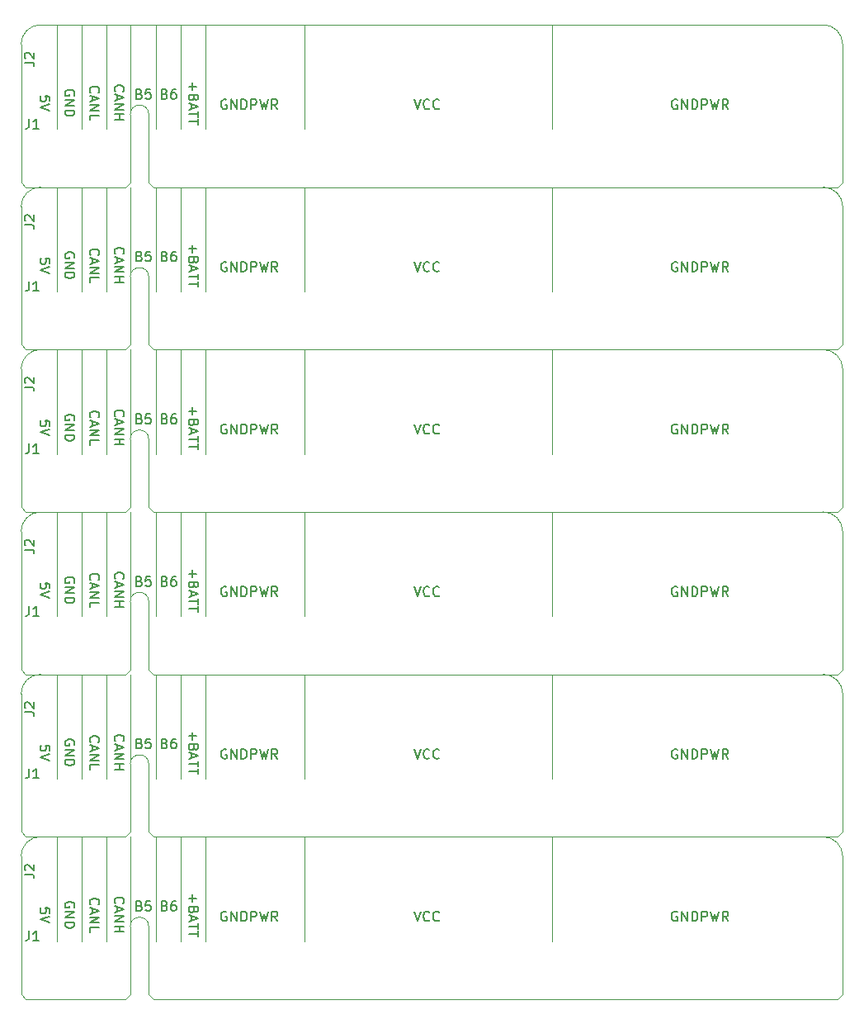
<source format=gto>
G04 #@! TF.GenerationSoftware,KiCad,Pcbnew,(5.1.5)-3*
G04 #@! TF.CreationDate,2020-03-05T02:28:16+09:00*
G04 #@! TF.ProjectId,PCIeAdapter_x6,50434965-4164-4617-9074-65725f78362e,rev?*
G04 #@! TF.SameCoordinates,Original*
G04 #@! TF.FileFunction,Legend,Top*
G04 #@! TF.FilePolarity,Positive*
%FSLAX46Y46*%
G04 Gerber Fmt 4.6, Leading zero omitted, Abs format (unit mm)*
G04 Created by KiCad (PCBNEW (5.1.5)-3) date 2020-03-05 02:28:16*
%MOMM*%
%LPD*%
G04 APERTURE LIST*
%ADD10C,0.150000*%
%ADD11C,0.100000*%
%ADD12C,0.120000*%
%ADD13R,1.802000X1.802000*%
%ADD14O,1.802000X1.802000*%
%ADD15R,0.802000X4.402000*%
%ADD16R,0.802000X3.302000*%
G04 APERTURE END LIST*
D10*
X116482857Y-55512380D02*
X116435238Y-55464761D01*
X116387619Y-55321904D01*
X116387619Y-55226666D01*
X116435238Y-55083809D01*
X116530476Y-54988571D01*
X116625714Y-54940952D01*
X116816190Y-54893333D01*
X116959047Y-54893333D01*
X117149523Y-54940952D01*
X117244761Y-54988571D01*
X117340000Y-55083809D01*
X117387619Y-55226666D01*
X117387619Y-55321904D01*
X117340000Y-55464761D01*
X117292380Y-55512380D01*
X116673333Y-55893333D02*
X116673333Y-56369523D01*
X116387619Y-55798095D02*
X117387619Y-56131428D01*
X116387619Y-56464761D01*
X116387619Y-56798095D02*
X117387619Y-56798095D01*
X116387619Y-57369523D01*
X117387619Y-57369523D01*
X116387619Y-58321904D02*
X116387619Y-57845714D01*
X117387619Y-57845714D01*
X116482857Y-72162380D02*
X116435238Y-72114761D01*
X116387619Y-71971904D01*
X116387619Y-71876666D01*
X116435238Y-71733809D01*
X116530476Y-71638571D01*
X116625714Y-71590952D01*
X116816190Y-71543333D01*
X116959047Y-71543333D01*
X117149523Y-71590952D01*
X117244761Y-71638571D01*
X117340000Y-71733809D01*
X117387619Y-71876666D01*
X117387619Y-71971904D01*
X117340000Y-72114761D01*
X117292380Y-72162380D01*
X116673333Y-72543333D02*
X116673333Y-73019523D01*
X116387619Y-72448095D02*
X117387619Y-72781428D01*
X116387619Y-73114761D01*
X116387619Y-73448095D02*
X117387619Y-73448095D01*
X116387619Y-74019523D01*
X117387619Y-74019523D01*
X116387619Y-74971904D02*
X116387619Y-74495714D01*
X117387619Y-74495714D01*
X116482857Y-88812380D02*
X116435238Y-88764761D01*
X116387619Y-88621904D01*
X116387619Y-88526666D01*
X116435238Y-88383809D01*
X116530476Y-88288571D01*
X116625714Y-88240952D01*
X116816190Y-88193333D01*
X116959047Y-88193333D01*
X117149523Y-88240952D01*
X117244761Y-88288571D01*
X117340000Y-88383809D01*
X117387619Y-88526666D01*
X117387619Y-88621904D01*
X117340000Y-88764761D01*
X117292380Y-88812380D01*
X116673333Y-89193333D02*
X116673333Y-89669523D01*
X116387619Y-89098095D02*
X117387619Y-89431428D01*
X116387619Y-89764761D01*
X116387619Y-90098095D02*
X117387619Y-90098095D01*
X116387619Y-90669523D01*
X117387619Y-90669523D01*
X116387619Y-91621904D02*
X116387619Y-91145714D01*
X117387619Y-91145714D01*
X116482857Y-105462380D02*
X116435238Y-105414761D01*
X116387619Y-105271904D01*
X116387619Y-105176666D01*
X116435238Y-105033809D01*
X116530476Y-104938571D01*
X116625714Y-104890952D01*
X116816190Y-104843333D01*
X116959047Y-104843333D01*
X117149523Y-104890952D01*
X117244761Y-104938571D01*
X117340000Y-105033809D01*
X117387619Y-105176666D01*
X117387619Y-105271904D01*
X117340000Y-105414761D01*
X117292380Y-105462380D01*
X116673333Y-105843333D02*
X116673333Y-106319523D01*
X116387619Y-105748095D02*
X117387619Y-106081428D01*
X116387619Y-106414761D01*
X116387619Y-106748095D02*
X117387619Y-106748095D01*
X116387619Y-107319523D01*
X117387619Y-107319523D01*
X116387619Y-108271904D02*
X116387619Y-107795714D01*
X117387619Y-107795714D01*
X116482857Y-122112380D02*
X116435238Y-122064761D01*
X116387619Y-121921904D01*
X116387619Y-121826666D01*
X116435238Y-121683809D01*
X116530476Y-121588571D01*
X116625714Y-121540952D01*
X116816190Y-121493333D01*
X116959047Y-121493333D01*
X117149523Y-121540952D01*
X117244761Y-121588571D01*
X117340000Y-121683809D01*
X117387619Y-121826666D01*
X117387619Y-121921904D01*
X117340000Y-122064761D01*
X117292380Y-122112380D01*
X116673333Y-122493333D02*
X116673333Y-122969523D01*
X116387619Y-122398095D02*
X117387619Y-122731428D01*
X116387619Y-123064761D01*
X116387619Y-123398095D02*
X117387619Y-123398095D01*
X116387619Y-123969523D01*
X117387619Y-123969523D01*
X116387619Y-124921904D02*
X116387619Y-124445714D01*
X117387619Y-124445714D01*
X112307619Y-56369523D02*
X112307619Y-55893333D01*
X111831428Y-55845714D01*
X111879047Y-55893333D01*
X111926666Y-55988571D01*
X111926666Y-56226666D01*
X111879047Y-56321904D01*
X111831428Y-56369523D01*
X111736190Y-56417142D01*
X111498095Y-56417142D01*
X111402857Y-56369523D01*
X111355238Y-56321904D01*
X111307619Y-56226666D01*
X111307619Y-55988571D01*
X111355238Y-55893333D01*
X111402857Y-55845714D01*
X112307619Y-56702857D02*
X111307619Y-57036190D01*
X112307619Y-57369523D01*
X112307619Y-73019523D02*
X112307619Y-72543333D01*
X111831428Y-72495714D01*
X111879047Y-72543333D01*
X111926666Y-72638571D01*
X111926666Y-72876666D01*
X111879047Y-72971904D01*
X111831428Y-73019523D01*
X111736190Y-73067142D01*
X111498095Y-73067142D01*
X111402857Y-73019523D01*
X111355238Y-72971904D01*
X111307619Y-72876666D01*
X111307619Y-72638571D01*
X111355238Y-72543333D01*
X111402857Y-72495714D01*
X112307619Y-73352857D02*
X111307619Y-73686190D01*
X112307619Y-74019523D01*
X112307619Y-89669523D02*
X112307619Y-89193333D01*
X111831428Y-89145714D01*
X111879047Y-89193333D01*
X111926666Y-89288571D01*
X111926666Y-89526666D01*
X111879047Y-89621904D01*
X111831428Y-89669523D01*
X111736190Y-89717142D01*
X111498095Y-89717142D01*
X111402857Y-89669523D01*
X111355238Y-89621904D01*
X111307619Y-89526666D01*
X111307619Y-89288571D01*
X111355238Y-89193333D01*
X111402857Y-89145714D01*
X112307619Y-90002857D02*
X111307619Y-90336190D01*
X112307619Y-90669523D01*
X112307619Y-106319523D02*
X112307619Y-105843333D01*
X111831428Y-105795714D01*
X111879047Y-105843333D01*
X111926666Y-105938571D01*
X111926666Y-106176666D01*
X111879047Y-106271904D01*
X111831428Y-106319523D01*
X111736190Y-106367142D01*
X111498095Y-106367142D01*
X111402857Y-106319523D01*
X111355238Y-106271904D01*
X111307619Y-106176666D01*
X111307619Y-105938571D01*
X111355238Y-105843333D01*
X111402857Y-105795714D01*
X112307619Y-106652857D02*
X111307619Y-106986190D01*
X112307619Y-107319523D01*
X112307619Y-122969523D02*
X112307619Y-122493333D01*
X111831428Y-122445714D01*
X111879047Y-122493333D01*
X111926666Y-122588571D01*
X111926666Y-122826666D01*
X111879047Y-122921904D01*
X111831428Y-122969523D01*
X111736190Y-123017142D01*
X111498095Y-123017142D01*
X111402857Y-122969523D01*
X111355238Y-122921904D01*
X111307619Y-122826666D01*
X111307619Y-122588571D01*
X111355238Y-122493333D01*
X111402857Y-122445714D01*
X112307619Y-123302857D02*
X111307619Y-123636190D01*
X112307619Y-123969523D01*
X119022857Y-55393333D02*
X118975238Y-55345714D01*
X118927619Y-55202857D01*
X118927619Y-55107619D01*
X118975238Y-54964761D01*
X119070476Y-54869523D01*
X119165714Y-54821904D01*
X119356190Y-54774285D01*
X119499047Y-54774285D01*
X119689523Y-54821904D01*
X119784761Y-54869523D01*
X119880000Y-54964761D01*
X119927619Y-55107619D01*
X119927619Y-55202857D01*
X119880000Y-55345714D01*
X119832380Y-55393333D01*
X119213333Y-55774285D02*
X119213333Y-56250476D01*
X118927619Y-55679047D02*
X119927619Y-56012380D01*
X118927619Y-56345714D01*
X118927619Y-56679047D02*
X119927619Y-56679047D01*
X118927619Y-57250476D01*
X119927619Y-57250476D01*
X118927619Y-57726666D02*
X119927619Y-57726666D01*
X119451428Y-57726666D02*
X119451428Y-58298095D01*
X118927619Y-58298095D02*
X119927619Y-58298095D01*
X119022857Y-72043333D02*
X118975238Y-71995714D01*
X118927619Y-71852857D01*
X118927619Y-71757619D01*
X118975238Y-71614761D01*
X119070476Y-71519523D01*
X119165714Y-71471904D01*
X119356190Y-71424285D01*
X119499047Y-71424285D01*
X119689523Y-71471904D01*
X119784761Y-71519523D01*
X119880000Y-71614761D01*
X119927619Y-71757619D01*
X119927619Y-71852857D01*
X119880000Y-71995714D01*
X119832380Y-72043333D01*
X119213333Y-72424285D02*
X119213333Y-72900476D01*
X118927619Y-72329047D02*
X119927619Y-72662380D01*
X118927619Y-72995714D01*
X118927619Y-73329047D02*
X119927619Y-73329047D01*
X118927619Y-73900476D01*
X119927619Y-73900476D01*
X118927619Y-74376666D02*
X119927619Y-74376666D01*
X119451428Y-74376666D02*
X119451428Y-74948095D01*
X118927619Y-74948095D02*
X119927619Y-74948095D01*
X119022857Y-88693333D02*
X118975238Y-88645714D01*
X118927619Y-88502857D01*
X118927619Y-88407619D01*
X118975238Y-88264761D01*
X119070476Y-88169523D01*
X119165714Y-88121904D01*
X119356190Y-88074285D01*
X119499047Y-88074285D01*
X119689523Y-88121904D01*
X119784761Y-88169523D01*
X119880000Y-88264761D01*
X119927619Y-88407619D01*
X119927619Y-88502857D01*
X119880000Y-88645714D01*
X119832380Y-88693333D01*
X119213333Y-89074285D02*
X119213333Y-89550476D01*
X118927619Y-88979047D02*
X119927619Y-89312380D01*
X118927619Y-89645714D01*
X118927619Y-89979047D02*
X119927619Y-89979047D01*
X118927619Y-90550476D01*
X119927619Y-90550476D01*
X118927619Y-91026666D02*
X119927619Y-91026666D01*
X119451428Y-91026666D02*
X119451428Y-91598095D01*
X118927619Y-91598095D02*
X119927619Y-91598095D01*
X119022857Y-105343333D02*
X118975238Y-105295714D01*
X118927619Y-105152857D01*
X118927619Y-105057619D01*
X118975238Y-104914761D01*
X119070476Y-104819523D01*
X119165714Y-104771904D01*
X119356190Y-104724285D01*
X119499047Y-104724285D01*
X119689523Y-104771904D01*
X119784761Y-104819523D01*
X119880000Y-104914761D01*
X119927619Y-105057619D01*
X119927619Y-105152857D01*
X119880000Y-105295714D01*
X119832380Y-105343333D01*
X119213333Y-105724285D02*
X119213333Y-106200476D01*
X118927619Y-105629047D02*
X119927619Y-105962380D01*
X118927619Y-106295714D01*
X118927619Y-106629047D02*
X119927619Y-106629047D01*
X118927619Y-107200476D01*
X119927619Y-107200476D01*
X118927619Y-107676666D02*
X119927619Y-107676666D01*
X119451428Y-107676666D02*
X119451428Y-108248095D01*
X118927619Y-108248095D02*
X119927619Y-108248095D01*
X119022857Y-121993333D02*
X118975238Y-121945714D01*
X118927619Y-121802857D01*
X118927619Y-121707619D01*
X118975238Y-121564761D01*
X119070476Y-121469523D01*
X119165714Y-121421904D01*
X119356190Y-121374285D01*
X119499047Y-121374285D01*
X119689523Y-121421904D01*
X119784761Y-121469523D01*
X119880000Y-121564761D01*
X119927619Y-121707619D01*
X119927619Y-121802857D01*
X119880000Y-121945714D01*
X119832380Y-121993333D01*
X119213333Y-122374285D02*
X119213333Y-122850476D01*
X118927619Y-122279047D02*
X119927619Y-122612380D01*
X118927619Y-122945714D01*
X118927619Y-123279047D02*
X119927619Y-123279047D01*
X118927619Y-123850476D01*
X119927619Y-123850476D01*
X118927619Y-124326666D02*
X119927619Y-124326666D01*
X119451428Y-124326666D02*
X119451428Y-124898095D01*
X118927619Y-124898095D02*
X119927619Y-124898095D01*
X114800000Y-55798095D02*
X114847619Y-55702857D01*
X114847619Y-55560000D01*
X114800000Y-55417142D01*
X114704761Y-55321904D01*
X114609523Y-55274285D01*
X114419047Y-55226666D01*
X114276190Y-55226666D01*
X114085714Y-55274285D01*
X113990476Y-55321904D01*
X113895238Y-55417142D01*
X113847619Y-55560000D01*
X113847619Y-55655238D01*
X113895238Y-55798095D01*
X113942857Y-55845714D01*
X114276190Y-55845714D01*
X114276190Y-55655238D01*
X113847619Y-56274285D02*
X114847619Y-56274285D01*
X113847619Y-56845714D01*
X114847619Y-56845714D01*
X113847619Y-57321904D02*
X114847619Y-57321904D01*
X114847619Y-57560000D01*
X114800000Y-57702857D01*
X114704761Y-57798095D01*
X114609523Y-57845714D01*
X114419047Y-57893333D01*
X114276190Y-57893333D01*
X114085714Y-57845714D01*
X113990476Y-57798095D01*
X113895238Y-57702857D01*
X113847619Y-57560000D01*
X113847619Y-57321904D01*
X114800000Y-72448095D02*
X114847619Y-72352857D01*
X114847619Y-72210000D01*
X114800000Y-72067142D01*
X114704761Y-71971904D01*
X114609523Y-71924285D01*
X114419047Y-71876666D01*
X114276190Y-71876666D01*
X114085714Y-71924285D01*
X113990476Y-71971904D01*
X113895238Y-72067142D01*
X113847619Y-72210000D01*
X113847619Y-72305238D01*
X113895238Y-72448095D01*
X113942857Y-72495714D01*
X114276190Y-72495714D01*
X114276190Y-72305238D01*
X113847619Y-72924285D02*
X114847619Y-72924285D01*
X113847619Y-73495714D01*
X114847619Y-73495714D01*
X113847619Y-73971904D02*
X114847619Y-73971904D01*
X114847619Y-74210000D01*
X114800000Y-74352857D01*
X114704761Y-74448095D01*
X114609523Y-74495714D01*
X114419047Y-74543333D01*
X114276190Y-74543333D01*
X114085714Y-74495714D01*
X113990476Y-74448095D01*
X113895238Y-74352857D01*
X113847619Y-74210000D01*
X113847619Y-73971904D01*
X114800000Y-89098095D02*
X114847619Y-89002857D01*
X114847619Y-88860000D01*
X114800000Y-88717142D01*
X114704761Y-88621904D01*
X114609523Y-88574285D01*
X114419047Y-88526666D01*
X114276190Y-88526666D01*
X114085714Y-88574285D01*
X113990476Y-88621904D01*
X113895238Y-88717142D01*
X113847619Y-88860000D01*
X113847619Y-88955238D01*
X113895238Y-89098095D01*
X113942857Y-89145714D01*
X114276190Y-89145714D01*
X114276190Y-88955238D01*
X113847619Y-89574285D02*
X114847619Y-89574285D01*
X113847619Y-90145714D01*
X114847619Y-90145714D01*
X113847619Y-90621904D02*
X114847619Y-90621904D01*
X114847619Y-90860000D01*
X114800000Y-91002857D01*
X114704761Y-91098095D01*
X114609523Y-91145714D01*
X114419047Y-91193333D01*
X114276190Y-91193333D01*
X114085714Y-91145714D01*
X113990476Y-91098095D01*
X113895238Y-91002857D01*
X113847619Y-90860000D01*
X113847619Y-90621904D01*
X114800000Y-105748095D02*
X114847619Y-105652857D01*
X114847619Y-105510000D01*
X114800000Y-105367142D01*
X114704761Y-105271904D01*
X114609523Y-105224285D01*
X114419047Y-105176666D01*
X114276190Y-105176666D01*
X114085714Y-105224285D01*
X113990476Y-105271904D01*
X113895238Y-105367142D01*
X113847619Y-105510000D01*
X113847619Y-105605238D01*
X113895238Y-105748095D01*
X113942857Y-105795714D01*
X114276190Y-105795714D01*
X114276190Y-105605238D01*
X113847619Y-106224285D02*
X114847619Y-106224285D01*
X113847619Y-106795714D01*
X114847619Y-106795714D01*
X113847619Y-107271904D02*
X114847619Y-107271904D01*
X114847619Y-107510000D01*
X114800000Y-107652857D01*
X114704761Y-107748095D01*
X114609523Y-107795714D01*
X114419047Y-107843333D01*
X114276190Y-107843333D01*
X114085714Y-107795714D01*
X113990476Y-107748095D01*
X113895238Y-107652857D01*
X113847619Y-107510000D01*
X113847619Y-107271904D01*
X114800000Y-122398095D02*
X114847619Y-122302857D01*
X114847619Y-122160000D01*
X114800000Y-122017142D01*
X114704761Y-121921904D01*
X114609523Y-121874285D01*
X114419047Y-121826666D01*
X114276190Y-121826666D01*
X114085714Y-121874285D01*
X113990476Y-121921904D01*
X113895238Y-122017142D01*
X113847619Y-122160000D01*
X113847619Y-122255238D01*
X113895238Y-122398095D01*
X113942857Y-122445714D01*
X114276190Y-122445714D01*
X114276190Y-122255238D01*
X113847619Y-122874285D02*
X114847619Y-122874285D01*
X113847619Y-123445714D01*
X114847619Y-123445714D01*
X113847619Y-123921904D02*
X114847619Y-123921904D01*
X114847619Y-124160000D01*
X114800000Y-124302857D01*
X114704761Y-124398095D01*
X114609523Y-124445714D01*
X114419047Y-124493333D01*
X114276190Y-124493333D01*
X114085714Y-124445714D01*
X113990476Y-124398095D01*
X113895238Y-124302857D01*
X113847619Y-124160000D01*
X113847619Y-123921904D01*
X130416666Y-56250000D02*
X130321428Y-56202380D01*
X130178571Y-56202380D01*
X130035714Y-56250000D01*
X129940476Y-56345238D01*
X129892857Y-56440476D01*
X129845238Y-56630952D01*
X129845238Y-56773809D01*
X129892857Y-56964285D01*
X129940476Y-57059523D01*
X130035714Y-57154761D01*
X130178571Y-57202380D01*
X130273809Y-57202380D01*
X130416666Y-57154761D01*
X130464285Y-57107142D01*
X130464285Y-56773809D01*
X130273809Y-56773809D01*
X130892857Y-57202380D02*
X130892857Y-56202380D01*
X131464285Y-57202380D01*
X131464285Y-56202380D01*
X131940476Y-57202380D02*
X131940476Y-56202380D01*
X132178571Y-56202380D01*
X132321428Y-56250000D01*
X132416666Y-56345238D01*
X132464285Y-56440476D01*
X132511904Y-56630952D01*
X132511904Y-56773809D01*
X132464285Y-56964285D01*
X132416666Y-57059523D01*
X132321428Y-57154761D01*
X132178571Y-57202380D01*
X131940476Y-57202380D01*
X132940476Y-57202380D02*
X132940476Y-56202380D01*
X133321428Y-56202380D01*
X133416666Y-56250000D01*
X133464285Y-56297619D01*
X133511904Y-56392857D01*
X133511904Y-56535714D01*
X133464285Y-56630952D01*
X133416666Y-56678571D01*
X133321428Y-56726190D01*
X132940476Y-56726190D01*
X133845238Y-56202380D02*
X134083333Y-57202380D01*
X134273809Y-56488095D01*
X134464285Y-57202380D01*
X134702380Y-56202380D01*
X135654761Y-57202380D02*
X135321428Y-56726190D01*
X135083333Y-57202380D02*
X135083333Y-56202380D01*
X135464285Y-56202380D01*
X135559523Y-56250000D01*
X135607142Y-56297619D01*
X135654761Y-56392857D01*
X135654761Y-56535714D01*
X135607142Y-56630952D01*
X135559523Y-56678571D01*
X135464285Y-56726190D01*
X135083333Y-56726190D01*
X130416666Y-72900000D02*
X130321428Y-72852380D01*
X130178571Y-72852380D01*
X130035714Y-72900000D01*
X129940476Y-72995238D01*
X129892857Y-73090476D01*
X129845238Y-73280952D01*
X129845238Y-73423809D01*
X129892857Y-73614285D01*
X129940476Y-73709523D01*
X130035714Y-73804761D01*
X130178571Y-73852380D01*
X130273809Y-73852380D01*
X130416666Y-73804761D01*
X130464285Y-73757142D01*
X130464285Y-73423809D01*
X130273809Y-73423809D01*
X130892857Y-73852380D02*
X130892857Y-72852380D01*
X131464285Y-73852380D01*
X131464285Y-72852380D01*
X131940476Y-73852380D02*
X131940476Y-72852380D01*
X132178571Y-72852380D01*
X132321428Y-72900000D01*
X132416666Y-72995238D01*
X132464285Y-73090476D01*
X132511904Y-73280952D01*
X132511904Y-73423809D01*
X132464285Y-73614285D01*
X132416666Y-73709523D01*
X132321428Y-73804761D01*
X132178571Y-73852380D01*
X131940476Y-73852380D01*
X132940476Y-73852380D02*
X132940476Y-72852380D01*
X133321428Y-72852380D01*
X133416666Y-72900000D01*
X133464285Y-72947619D01*
X133511904Y-73042857D01*
X133511904Y-73185714D01*
X133464285Y-73280952D01*
X133416666Y-73328571D01*
X133321428Y-73376190D01*
X132940476Y-73376190D01*
X133845238Y-72852380D02*
X134083333Y-73852380D01*
X134273809Y-73138095D01*
X134464285Y-73852380D01*
X134702380Y-72852380D01*
X135654761Y-73852380D02*
X135321428Y-73376190D01*
X135083333Y-73852380D02*
X135083333Y-72852380D01*
X135464285Y-72852380D01*
X135559523Y-72900000D01*
X135607142Y-72947619D01*
X135654761Y-73042857D01*
X135654761Y-73185714D01*
X135607142Y-73280952D01*
X135559523Y-73328571D01*
X135464285Y-73376190D01*
X135083333Y-73376190D01*
X130416666Y-89550000D02*
X130321428Y-89502380D01*
X130178571Y-89502380D01*
X130035714Y-89550000D01*
X129940476Y-89645238D01*
X129892857Y-89740476D01*
X129845238Y-89930952D01*
X129845238Y-90073809D01*
X129892857Y-90264285D01*
X129940476Y-90359523D01*
X130035714Y-90454761D01*
X130178571Y-90502380D01*
X130273809Y-90502380D01*
X130416666Y-90454761D01*
X130464285Y-90407142D01*
X130464285Y-90073809D01*
X130273809Y-90073809D01*
X130892857Y-90502380D02*
X130892857Y-89502380D01*
X131464285Y-90502380D01*
X131464285Y-89502380D01*
X131940476Y-90502380D02*
X131940476Y-89502380D01*
X132178571Y-89502380D01*
X132321428Y-89550000D01*
X132416666Y-89645238D01*
X132464285Y-89740476D01*
X132511904Y-89930952D01*
X132511904Y-90073809D01*
X132464285Y-90264285D01*
X132416666Y-90359523D01*
X132321428Y-90454761D01*
X132178571Y-90502380D01*
X131940476Y-90502380D01*
X132940476Y-90502380D02*
X132940476Y-89502380D01*
X133321428Y-89502380D01*
X133416666Y-89550000D01*
X133464285Y-89597619D01*
X133511904Y-89692857D01*
X133511904Y-89835714D01*
X133464285Y-89930952D01*
X133416666Y-89978571D01*
X133321428Y-90026190D01*
X132940476Y-90026190D01*
X133845238Y-89502380D02*
X134083333Y-90502380D01*
X134273809Y-89788095D01*
X134464285Y-90502380D01*
X134702380Y-89502380D01*
X135654761Y-90502380D02*
X135321428Y-90026190D01*
X135083333Y-90502380D02*
X135083333Y-89502380D01*
X135464285Y-89502380D01*
X135559523Y-89550000D01*
X135607142Y-89597619D01*
X135654761Y-89692857D01*
X135654761Y-89835714D01*
X135607142Y-89930952D01*
X135559523Y-89978571D01*
X135464285Y-90026190D01*
X135083333Y-90026190D01*
X130416666Y-106200000D02*
X130321428Y-106152380D01*
X130178571Y-106152380D01*
X130035714Y-106200000D01*
X129940476Y-106295238D01*
X129892857Y-106390476D01*
X129845238Y-106580952D01*
X129845238Y-106723809D01*
X129892857Y-106914285D01*
X129940476Y-107009523D01*
X130035714Y-107104761D01*
X130178571Y-107152380D01*
X130273809Y-107152380D01*
X130416666Y-107104761D01*
X130464285Y-107057142D01*
X130464285Y-106723809D01*
X130273809Y-106723809D01*
X130892857Y-107152380D02*
X130892857Y-106152380D01*
X131464285Y-107152380D01*
X131464285Y-106152380D01*
X131940476Y-107152380D02*
X131940476Y-106152380D01*
X132178571Y-106152380D01*
X132321428Y-106200000D01*
X132416666Y-106295238D01*
X132464285Y-106390476D01*
X132511904Y-106580952D01*
X132511904Y-106723809D01*
X132464285Y-106914285D01*
X132416666Y-107009523D01*
X132321428Y-107104761D01*
X132178571Y-107152380D01*
X131940476Y-107152380D01*
X132940476Y-107152380D02*
X132940476Y-106152380D01*
X133321428Y-106152380D01*
X133416666Y-106200000D01*
X133464285Y-106247619D01*
X133511904Y-106342857D01*
X133511904Y-106485714D01*
X133464285Y-106580952D01*
X133416666Y-106628571D01*
X133321428Y-106676190D01*
X132940476Y-106676190D01*
X133845238Y-106152380D02*
X134083333Y-107152380D01*
X134273809Y-106438095D01*
X134464285Y-107152380D01*
X134702380Y-106152380D01*
X135654761Y-107152380D02*
X135321428Y-106676190D01*
X135083333Y-107152380D02*
X135083333Y-106152380D01*
X135464285Y-106152380D01*
X135559523Y-106200000D01*
X135607142Y-106247619D01*
X135654761Y-106342857D01*
X135654761Y-106485714D01*
X135607142Y-106580952D01*
X135559523Y-106628571D01*
X135464285Y-106676190D01*
X135083333Y-106676190D01*
X130416666Y-122850000D02*
X130321428Y-122802380D01*
X130178571Y-122802380D01*
X130035714Y-122850000D01*
X129940476Y-122945238D01*
X129892857Y-123040476D01*
X129845238Y-123230952D01*
X129845238Y-123373809D01*
X129892857Y-123564285D01*
X129940476Y-123659523D01*
X130035714Y-123754761D01*
X130178571Y-123802380D01*
X130273809Y-123802380D01*
X130416666Y-123754761D01*
X130464285Y-123707142D01*
X130464285Y-123373809D01*
X130273809Y-123373809D01*
X130892857Y-123802380D02*
X130892857Y-122802380D01*
X131464285Y-123802380D01*
X131464285Y-122802380D01*
X131940476Y-123802380D02*
X131940476Y-122802380D01*
X132178571Y-122802380D01*
X132321428Y-122850000D01*
X132416666Y-122945238D01*
X132464285Y-123040476D01*
X132511904Y-123230952D01*
X132511904Y-123373809D01*
X132464285Y-123564285D01*
X132416666Y-123659523D01*
X132321428Y-123754761D01*
X132178571Y-123802380D01*
X131940476Y-123802380D01*
X132940476Y-123802380D02*
X132940476Y-122802380D01*
X133321428Y-122802380D01*
X133416666Y-122850000D01*
X133464285Y-122897619D01*
X133511904Y-122992857D01*
X133511904Y-123135714D01*
X133464285Y-123230952D01*
X133416666Y-123278571D01*
X133321428Y-123326190D01*
X132940476Y-123326190D01*
X133845238Y-122802380D02*
X134083333Y-123802380D01*
X134273809Y-123088095D01*
X134464285Y-123802380D01*
X134702380Y-122802380D01*
X135654761Y-123802380D02*
X135321428Y-123326190D01*
X135083333Y-123802380D02*
X135083333Y-122802380D01*
X135464285Y-122802380D01*
X135559523Y-122850000D01*
X135607142Y-122897619D01*
X135654761Y-122992857D01*
X135654761Y-123135714D01*
X135607142Y-123230952D01*
X135559523Y-123278571D01*
X135464285Y-123326190D01*
X135083333Y-123326190D01*
X149666666Y-56202380D02*
X150000000Y-57202380D01*
X150333333Y-56202380D01*
X151238095Y-57107142D02*
X151190476Y-57154761D01*
X151047619Y-57202380D01*
X150952380Y-57202380D01*
X150809523Y-57154761D01*
X150714285Y-57059523D01*
X150666666Y-56964285D01*
X150619047Y-56773809D01*
X150619047Y-56630952D01*
X150666666Y-56440476D01*
X150714285Y-56345238D01*
X150809523Y-56250000D01*
X150952380Y-56202380D01*
X151047619Y-56202380D01*
X151190476Y-56250000D01*
X151238095Y-56297619D01*
X152238095Y-57107142D02*
X152190476Y-57154761D01*
X152047619Y-57202380D01*
X151952380Y-57202380D01*
X151809523Y-57154761D01*
X151714285Y-57059523D01*
X151666666Y-56964285D01*
X151619047Y-56773809D01*
X151619047Y-56630952D01*
X151666666Y-56440476D01*
X151714285Y-56345238D01*
X151809523Y-56250000D01*
X151952380Y-56202380D01*
X152047619Y-56202380D01*
X152190476Y-56250000D01*
X152238095Y-56297619D01*
X149666666Y-72852380D02*
X150000000Y-73852380D01*
X150333333Y-72852380D01*
X151238095Y-73757142D02*
X151190476Y-73804761D01*
X151047619Y-73852380D01*
X150952380Y-73852380D01*
X150809523Y-73804761D01*
X150714285Y-73709523D01*
X150666666Y-73614285D01*
X150619047Y-73423809D01*
X150619047Y-73280952D01*
X150666666Y-73090476D01*
X150714285Y-72995238D01*
X150809523Y-72900000D01*
X150952380Y-72852380D01*
X151047619Y-72852380D01*
X151190476Y-72900000D01*
X151238095Y-72947619D01*
X152238095Y-73757142D02*
X152190476Y-73804761D01*
X152047619Y-73852380D01*
X151952380Y-73852380D01*
X151809523Y-73804761D01*
X151714285Y-73709523D01*
X151666666Y-73614285D01*
X151619047Y-73423809D01*
X151619047Y-73280952D01*
X151666666Y-73090476D01*
X151714285Y-72995238D01*
X151809523Y-72900000D01*
X151952380Y-72852380D01*
X152047619Y-72852380D01*
X152190476Y-72900000D01*
X152238095Y-72947619D01*
X149666666Y-89502380D02*
X150000000Y-90502380D01*
X150333333Y-89502380D01*
X151238095Y-90407142D02*
X151190476Y-90454761D01*
X151047619Y-90502380D01*
X150952380Y-90502380D01*
X150809523Y-90454761D01*
X150714285Y-90359523D01*
X150666666Y-90264285D01*
X150619047Y-90073809D01*
X150619047Y-89930952D01*
X150666666Y-89740476D01*
X150714285Y-89645238D01*
X150809523Y-89550000D01*
X150952380Y-89502380D01*
X151047619Y-89502380D01*
X151190476Y-89550000D01*
X151238095Y-89597619D01*
X152238095Y-90407142D02*
X152190476Y-90454761D01*
X152047619Y-90502380D01*
X151952380Y-90502380D01*
X151809523Y-90454761D01*
X151714285Y-90359523D01*
X151666666Y-90264285D01*
X151619047Y-90073809D01*
X151619047Y-89930952D01*
X151666666Y-89740476D01*
X151714285Y-89645238D01*
X151809523Y-89550000D01*
X151952380Y-89502380D01*
X152047619Y-89502380D01*
X152190476Y-89550000D01*
X152238095Y-89597619D01*
X149666666Y-106152380D02*
X150000000Y-107152380D01*
X150333333Y-106152380D01*
X151238095Y-107057142D02*
X151190476Y-107104761D01*
X151047619Y-107152380D01*
X150952380Y-107152380D01*
X150809523Y-107104761D01*
X150714285Y-107009523D01*
X150666666Y-106914285D01*
X150619047Y-106723809D01*
X150619047Y-106580952D01*
X150666666Y-106390476D01*
X150714285Y-106295238D01*
X150809523Y-106200000D01*
X150952380Y-106152380D01*
X151047619Y-106152380D01*
X151190476Y-106200000D01*
X151238095Y-106247619D01*
X152238095Y-107057142D02*
X152190476Y-107104761D01*
X152047619Y-107152380D01*
X151952380Y-107152380D01*
X151809523Y-107104761D01*
X151714285Y-107009523D01*
X151666666Y-106914285D01*
X151619047Y-106723809D01*
X151619047Y-106580952D01*
X151666666Y-106390476D01*
X151714285Y-106295238D01*
X151809523Y-106200000D01*
X151952380Y-106152380D01*
X152047619Y-106152380D01*
X152190476Y-106200000D01*
X152238095Y-106247619D01*
X149666666Y-122802380D02*
X150000000Y-123802380D01*
X150333333Y-122802380D01*
X151238095Y-123707142D02*
X151190476Y-123754761D01*
X151047619Y-123802380D01*
X150952380Y-123802380D01*
X150809523Y-123754761D01*
X150714285Y-123659523D01*
X150666666Y-123564285D01*
X150619047Y-123373809D01*
X150619047Y-123230952D01*
X150666666Y-123040476D01*
X150714285Y-122945238D01*
X150809523Y-122850000D01*
X150952380Y-122802380D01*
X151047619Y-122802380D01*
X151190476Y-122850000D01*
X151238095Y-122897619D01*
X152238095Y-123707142D02*
X152190476Y-123754761D01*
X152047619Y-123802380D01*
X151952380Y-123802380D01*
X151809523Y-123754761D01*
X151714285Y-123659523D01*
X151666666Y-123564285D01*
X151619047Y-123373809D01*
X151619047Y-123230952D01*
X151666666Y-123040476D01*
X151714285Y-122945238D01*
X151809523Y-122850000D01*
X151952380Y-122802380D01*
X152047619Y-122802380D01*
X152190476Y-122850000D01*
X152238095Y-122897619D01*
X124095238Y-55632571D02*
X124238095Y-55680190D01*
X124285714Y-55727809D01*
X124333333Y-55823047D01*
X124333333Y-55965904D01*
X124285714Y-56061142D01*
X124238095Y-56108761D01*
X124142857Y-56156380D01*
X123761904Y-56156380D01*
X123761904Y-55156380D01*
X124095238Y-55156380D01*
X124190476Y-55204000D01*
X124238095Y-55251619D01*
X124285714Y-55346857D01*
X124285714Y-55442095D01*
X124238095Y-55537333D01*
X124190476Y-55584952D01*
X124095238Y-55632571D01*
X123761904Y-55632571D01*
X125190476Y-55156380D02*
X125000000Y-55156380D01*
X124904761Y-55204000D01*
X124857142Y-55251619D01*
X124761904Y-55394476D01*
X124714285Y-55584952D01*
X124714285Y-55965904D01*
X124761904Y-56061142D01*
X124809523Y-56108761D01*
X124904761Y-56156380D01*
X125095238Y-56156380D01*
X125190476Y-56108761D01*
X125238095Y-56061142D01*
X125285714Y-55965904D01*
X125285714Y-55727809D01*
X125238095Y-55632571D01*
X125190476Y-55584952D01*
X125095238Y-55537333D01*
X124904761Y-55537333D01*
X124809523Y-55584952D01*
X124761904Y-55632571D01*
X124714285Y-55727809D01*
X124095238Y-72282571D02*
X124238095Y-72330190D01*
X124285714Y-72377809D01*
X124333333Y-72473047D01*
X124333333Y-72615904D01*
X124285714Y-72711142D01*
X124238095Y-72758761D01*
X124142857Y-72806380D01*
X123761904Y-72806380D01*
X123761904Y-71806380D01*
X124095238Y-71806380D01*
X124190476Y-71854000D01*
X124238095Y-71901619D01*
X124285714Y-71996857D01*
X124285714Y-72092095D01*
X124238095Y-72187333D01*
X124190476Y-72234952D01*
X124095238Y-72282571D01*
X123761904Y-72282571D01*
X125190476Y-71806380D02*
X125000000Y-71806380D01*
X124904761Y-71854000D01*
X124857142Y-71901619D01*
X124761904Y-72044476D01*
X124714285Y-72234952D01*
X124714285Y-72615904D01*
X124761904Y-72711142D01*
X124809523Y-72758761D01*
X124904761Y-72806380D01*
X125095238Y-72806380D01*
X125190476Y-72758761D01*
X125238095Y-72711142D01*
X125285714Y-72615904D01*
X125285714Y-72377809D01*
X125238095Y-72282571D01*
X125190476Y-72234952D01*
X125095238Y-72187333D01*
X124904761Y-72187333D01*
X124809523Y-72234952D01*
X124761904Y-72282571D01*
X124714285Y-72377809D01*
X124095238Y-88932571D02*
X124238095Y-88980190D01*
X124285714Y-89027809D01*
X124333333Y-89123047D01*
X124333333Y-89265904D01*
X124285714Y-89361142D01*
X124238095Y-89408761D01*
X124142857Y-89456380D01*
X123761904Y-89456380D01*
X123761904Y-88456380D01*
X124095238Y-88456380D01*
X124190476Y-88504000D01*
X124238095Y-88551619D01*
X124285714Y-88646857D01*
X124285714Y-88742095D01*
X124238095Y-88837333D01*
X124190476Y-88884952D01*
X124095238Y-88932571D01*
X123761904Y-88932571D01*
X125190476Y-88456380D02*
X125000000Y-88456380D01*
X124904761Y-88504000D01*
X124857142Y-88551619D01*
X124761904Y-88694476D01*
X124714285Y-88884952D01*
X124714285Y-89265904D01*
X124761904Y-89361142D01*
X124809523Y-89408761D01*
X124904761Y-89456380D01*
X125095238Y-89456380D01*
X125190476Y-89408761D01*
X125238095Y-89361142D01*
X125285714Y-89265904D01*
X125285714Y-89027809D01*
X125238095Y-88932571D01*
X125190476Y-88884952D01*
X125095238Y-88837333D01*
X124904761Y-88837333D01*
X124809523Y-88884952D01*
X124761904Y-88932571D01*
X124714285Y-89027809D01*
X124095238Y-105582571D02*
X124238095Y-105630190D01*
X124285714Y-105677809D01*
X124333333Y-105773047D01*
X124333333Y-105915904D01*
X124285714Y-106011142D01*
X124238095Y-106058761D01*
X124142857Y-106106380D01*
X123761904Y-106106380D01*
X123761904Y-105106380D01*
X124095238Y-105106380D01*
X124190476Y-105154000D01*
X124238095Y-105201619D01*
X124285714Y-105296857D01*
X124285714Y-105392095D01*
X124238095Y-105487333D01*
X124190476Y-105534952D01*
X124095238Y-105582571D01*
X123761904Y-105582571D01*
X125190476Y-105106380D02*
X125000000Y-105106380D01*
X124904761Y-105154000D01*
X124857142Y-105201619D01*
X124761904Y-105344476D01*
X124714285Y-105534952D01*
X124714285Y-105915904D01*
X124761904Y-106011142D01*
X124809523Y-106058761D01*
X124904761Y-106106380D01*
X125095238Y-106106380D01*
X125190476Y-106058761D01*
X125238095Y-106011142D01*
X125285714Y-105915904D01*
X125285714Y-105677809D01*
X125238095Y-105582571D01*
X125190476Y-105534952D01*
X125095238Y-105487333D01*
X124904761Y-105487333D01*
X124809523Y-105534952D01*
X124761904Y-105582571D01*
X124714285Y-105677809D01*
X124095238Y-122232571D02*
X124238095Y-122280190D01*
X124285714Y-122327809D01*
X124333333Y-122423047D01*
X124333333Y-122565904D01*
X124285714Y-122661142D01*
X124238095Y-122708761D01*
X124142857Y-122756380D01*
X123761904Y-122756380D01*
X123761904Y-121756380D01*
X124095238Y-121756380D01*
X124190476Y-121804000D01*
X124238095Y-121851619D01*
X124285714Y-121946857D01*
X124285714Y-122042095D01*
X124238095Y-122137333D01*
X124190476Y-122184952D01*
X124095238Y-122232571D01*
X123761904Y-122232571D01*
X125190476Y-121756380D02*
X125000000Y-121756380D01*
X124904761Y-121804000D01*
X124857142Y-121851619D01*
X124761904Y-121994476D01*
X124714285Y-122184952D01*
X124714285Y-122565904D01*
X124761904Y-122661142D01*
X124809523Y-122708761D01*
X124904761Y-122756380D01*
X125095238Y-122756380D01*
X125190476Y-122708761D01*
X125238095Y-122661142D01*
X125285714Y-122565904D01*
X125285714Y-122327809D01*
X125238095Y-122232571D01*
X125190476Y-122184952D01*
X125095238Y-122137333D01*
X124904761Y-122137333D01*
X124809523Y-122184952D01*
X124761904Y-122232571D01*
X124714285Y-122327809D01*
X176666666Y-56250000D02*
X176571428Y-56202380D01*
X176428571Y-56202380D01*
X176285714Y-56250000D01*
X176190476Y-56345238D01*
X176142857Y-56440476D01*
X176095238Y-56630952D01*
X176095238Y-56773809D01*
X176142857Y-56964285D01*
X176190476Y-57059523D01*
X176285714Y-57154761D01*
X176428571Y-57202380D01*
X176523809Y-57202380D01*
X176666666Y-57154761D01*
X176714285Y-57107142D01*
X176714285Y-56773809D01*
X176523809Y-56773809D01*
X177142857Y-57202380D02*
X177142857Y-56202380D01*
X177714285Y-57202380D01*
X177714285Y-56202380D01*
X178190476Y-57202380D02*
X178190476Y-56202380D01*
X178428571Y-56202380D01*
X178571428Y-56250000D01*
X178666666Y-56345238D01*
X178714285Y-56440476D01*
X178761904Y-56630952D01*
X178761904Y-56773809D01*
X178714285Y-56964285D01*
X178666666Y-57059523D01*
X178571428Y-57154761D01*
X178428571Y-57202380D01*
X178190476Y-57202380D01*
X179190476Y-57202380D02*
X179190476Y-56202380D01*
X179571428Y-56202380D01*
X179666666Y-56250000D01*
X179714285Y-56297619D01*
X179761904Y-56392857D01*
X179761904Y-56535714D01*
X179714285Y-56630952D01*
X179666666Y-56678571D01*
X179571428Y-56726190D01*
X179190476Y-56726190D01*
X180095238Y-56202380D02*
X180333333Y-57202380D01*
X180523809Y-56488095D01*
X180714285Y-57202380D01*
X180952380Y-56202380D01*
X181904761Y-57202380D02*
X181571428Y-56726190D01*
X181333333Y-57202380D02*
X181333333Y-56202380D01*
X181714285Y-56202380D01*
X181809523Y-56250000D01*
X181857142Y-56297619D01*
X181904761Y-56392857D01*
X181904761Y-56535714D01*
X181857142Y-56630952D01*
X181809523Y-56678571D01*
X181714285Y-56726190D01*
X181333333Y-56726190D01*
X176666666Y-72900000D02*
X176571428Y-72852380D01*
X176428571Y-72852380D01*
X176285714Y-72900000D01*
X176190476Y-72995238D01*
X176142857Y-73090476D01*
X176095238Y-73280952D01*
X176095238Y-73423809D01*
X176142857Y-73614285D01*
X176190476Y-73709523D01*
X176285714Y-73804761D01*
X176428571Y-73852380D01*
X176523809Y-73852380D01*
X176666666Y-73804761D01*
X176714285Y-73757142D01*
X176714285Y-73423809D01*
X176523809Y-73423809D01*
X177142857Y-73852380D02*
X177142857Y-72852380D01*
X177714285Y-73852380D01*
X177714285Y-72852380D01*
X178190476Y-73852380D02*
X178190476Y-72852380D01*
X178428571Y-72852380D01*
X178571428Y-72900000D01*
X178666666Y-72995238D01*
X178714285Y-73090476D01*
X178761904Y-73280952D01*
X178761904Y-73423809D01*
X178714285Y-73614285D01*
X178666666Y-73709523D01*
X178571428Y-73804761D01*
X178428571Y-73852380D01*
X178190476Y-73852380D01*
X179190476Y-73852380D02*
X179190476Y-72852380D01*
X179571428Y-72852380D01*
X179666666Y-72900000D01*
X179714285Y-72947619D01*
X179761904Y-73042857D01*
X179761904Y-73185714D01*
X179714285Y-73280952D01*
X179666666Y-73328571D01*
X179571428Y-73376190D01*
X179190476Y-73376190D01*
X180095238Y-72852380D02*
X180333333Y-73852380D01*
X180523809Y-73138095D01*
X180714285Y-73852380D01*
X180952380Y-72852380D01*
X181904761Y-73852380D02*
X181571428Y-73376190D01*
X181333333Y-73852380D02*
X181333333Y-72852380D01*
X181714285Y-72852380D01*
X181809523Y-72900000D01*
X181857142Y-72947619D01*
X181904761Y-73042857D01*
X181904761Y-73185714D01*
X181857142Y-73280952D01*
X181809523Y-73328571D01*
X181714285Y-73376190D01*
X181333333Y-73376190D01*
X176666666Y-89550000D02*
X176571428Y-89502380D01*
X176428571Y-89502380D01*
X176285714Y-89550000D01*
X176190476Y-89645238D01*
X176142857Y-89740476D01*
X176095238Y-89930952D01*
X176095238Y-90073809D01*
X176142857Y-90264285D01*
X176190476Y-90359523D01*
X176285714Y-90454761D01*
X176428571Y-90502380D01*
X176523809Y-90502380D01*
X176666666Y-90454761D01*
X176714285Y-90407142D01*
X176714285Y-90073809D01*
X176523809Y-90073809D01*
X177142857Y-90502380D02*
X177142857Y-89502380D01*
X177714285Y-90502380D01*
X177714285Y-89502380D01*
X178190476Y-90502380D02*
X178190476Y-89502380D01*
X178428571Y-89502380D01*
X178571428Y-89550000D01*
X178666666Y-89645238D01*
X178714285Y-89740476D01*
X178761904Y-89930952D01*
X178761904Y-90073809D01*
X178714285Y-90264285D01*
X178666666Y-90359523D01*
X178571428Y-90454761D01*
X178428571Y-90502380D01*
X178190476Y-90502380D01*
X179190476Y-90502380D02*
X179190476Y-89502380D01*
X179571428Y-89502380D01*
X179666666Y-89550000D01*
X179714285Y-89597619D01*
X179761904Y-89692857D01*
X179761904Y-89835714D01*
X179714285Y-89930952D01*
X179666666Y-89978571D01*
X179571428Y-90026190D01*
X179190476Y-90026190D01*
X180095238Y-89502380D02*
X180333333Y-90502380D01*
X180523809Y-89788095D01*
X180714285Y-90502380D01*
X180952380Y-89502380D01*
X181904761Y-90502380D02*
X181571428Y-90026190D01*
X181333333Y-90502380D02*
X181333333Y-89502380D01*
X181714285Y-89502380D01*
X181809523Y-89550000D01*
X181857142Y-89597619D01*
X181904761Y-89692857D01*
X181904761Y-89835714D01*
X181857142Y-89930952D01*
X181809523Y-89978571D01*
X181714285Y-90026190D01*
X181333333Y-90026190D01*
X176666666Y-106200000D02*
X176571428Y-106152380D01*
X176428571Y-106152380D01*
X176285714Y-106200000D01*
X176190476Y-106295238D01*
X176142857Y-106390476D01*
X176095238Y-106580952D01*
X176095238Y-106723809D01*
X176142857Y-106914285D01*
X176190476Y-107009523D01*
X176285714Y-107104761D01*
X176428571Y-107152380D01*
X176523809Y-107152380D01*
X176666666Y-107104761D01*
X176714285Y-107057142D01*
X176714285Y-106723809D01*
X176523809Y-106723809D01*
X177142857Y-107152380D02*
X177142857Y-106152380D01*
X177714285Y-107152380D01*
X177714285Y-106152380D01*
X178190476Y-107152380D02*
X178190476Y-106152380D01*
X178428571Y-106152380D01*
X178571428Y-106200000D01*
X178666666Y-106295238D01*
X178714285Y-106390476D01*
X178761904Y-106580952D01*
X178761904Y-106723809D01*
X178714285Y-106914285D01*
X178666666Y-107009523D01*
X178571428Y-107104761D01*
X178428571Y-107152380D01*
X178190476Y-107152380D01*
X179190476Y-107152380D02*
X179190476Y-106152380D01*
X179571428Y-106152380D01*
X179666666Y-106200000D01*
X179714285Y-106247619D01*
X179761904Y-106342857D01*
X179761904Y-106485714D01*
X179714285Y-106580952D01*
X179666666Y-106628571D01*
X179571428Y-106676190D01*
X179190476Y-106676190D01*
X180095238Y-106152380D02*
X180333333Y-107152380D01*
X180523809Y-106438095D01*
X180714285Y-107152380D01*
X180952380Y-106152380D01*
X181904761Y-107152380D02*
X181571428Y-106676190D01*
X181333333Y-107152380D02*
X181333333Y-106152380D01*
X181714285Y-106152380D01*
X181809523Y-106200000D01*
X181857142Y-106247619D01*
X181904761Y-106342857D01*
X181904761Y-106485714D01*
X181857142Y-106580952D01*
X181809523Y-106628571D01*
X181714285Y-106676190D01*
X181333333Y-106676190D01*
X176666666Y-122850000D02*
X176571428Y-122802380D01*
X176428571Y-122802380D01*
X176285714Y-122850000D01*
X176190476Y-122945238D01*
X176142857Y-123040476D01*
X176095238Y-123230952D01*
X176095238Y-123373809D01*
X176142857Y-123564285D01*
X176190476Y-123659523D01*
X176285714Y-123754761D01*
X176428571Y-123802380D01*
X176523809Y-123802380D01*
X176666666Y-123754761D01*
X176714285Y-123707142D01*
X176714285Y-123373809D01*
X176523809Y-123373809D01*
X177142857Y-123802380D02*
X177142857Y-122802380D01*
X177714285Y-123802380D01*
X177714285Y-122802380D01*
X178190476Y-123802380D02*
X178190476Y-122802380D01*
X178428571Y-122802380D01*
X178571428Y-122850000D01*
X178666666Y-122945238D01*
X178714285Y-123040476D01*
X178761904Y-123230952D01*
X178761904Y-123373809D01*
X178714285Y-123564285D01*
X178666666Y-123659523D01*
X178571428Y-123754761D01*
X178428571Y-123802380D01*
X178190476Y-123802380D01*
X179190476Y-123802380D02*
X179190476Y-122802380D01*
X179571428Y-122802380D01*
X179666666Y-122850000D01*
X179714285Y-122897619D01*
X179761904Y-122992857D01*
X179761904Y-123135714D01*
X179714285Y-123230952D01*
X179666666Y-123278571D01*
X179571428Y-123326190D01*
X179190476Y-123326190D01*
X180095238Y-122802380D02*
X180333333Y-123802380D01*
X180523809Y-123088095D01*
X180714285Y-123802380D01*
X180952380Y-122802380D01*
X181904761Y-123802380D02*
X181571428Y-123326190D01*
X181333333Y-123802380D02*
X181333333Y-122802380D01*
X181714285Y-122802380D01*
X181809523Y-122850000D01*
X181857142Y-122897619D01*
X181904761Y-122992857D01*
X181904761Y-123135714D01*
X181857142Y-123230952D01*
X181809523Y-123278571D01*
X181714285Y-123326190D01*
X181333333Y-123326190D01*
X121495238Y-55632571D02*
X121638095Y-55680190D01*
X121685714Y-55727809D01*
X121733333Y-55823047D01*
X121733333Y-55965904D01*
X121685714Y-56061142D01*
X121638095Y-56108761D01*
X121542857Y-56156380D01*
X121161904Y-56156380D01*
X121161904Y-55156380D01*
X121495238Y-55156380D01*
X121590476Y-55204000D01*
X121638095Y-55251619D01*
X121685714Y-55346857D01*
X121685714Y-55442095D01*
X121638095Y-55537333D01*
X121590476Y-55584952D01*
X121495238Y-55632571D01*
X121161904Y-55632571D01*
X122638095Y-55156380D02*
X122161904Y-55156380D01*
X122114285Y-55632571D01*
X122161904Y-55584952D01*
X122257142Y-55537333D01*
X122495238Y-55537333D01*
X122590476Y-55584952D01*
X122638095Y-55632571D01*
X122685714Y-55727809D01*
X122685714Y-55965904D01*
X122638095Y-56061142D01*
X122590476Y-56108761D01*
X122495238Y-56156380D01*
X122257142Y-56156380D01*
X122161904Y-56108761D01*
X122114285Y-56061142D01*
X121495238Y-72282571D02*
X121638095Y-72330190D01*
X121685714Y-72377809D01*
X121733333Y-72473047D01*
X121733333Y-72615904D01*
X121685714Y-72711142D01*
X121638095Y-72758761D01*
X121542857Y-72806380D01*
X121161904Y-72806380D01*
X121161904Y-71806380D01*
X121495238Y-71806380D01*
X121590476Y-71854000D01*
X121638095Y-71901619D01*
X121685714Y-71996857D01*
X121685714Y-72092095D01*
X121638095Y-72187333D01*
X121590476Y-72234952D01*
X121495238Y-72282571D01*
X121161904Y-72282571D01*
X122638095Y-71806380D02*
X122161904Y-71806380D01*
X122114285Y-72282571D01*
X122161904Y-72234952D01*
X122257142Y-72187333D01*
X122495238Y-72187333D01*
X122590476Y-72234952D01*
X122638095Y-72282571D01*
X122685714Y-72377809D01*
X122685714Y-72615904D01*
X122638095Y-72711142D01*
X122590476Y-72758761D01*
X122495238Y-72806380D01*
X122257142Y-72806380D01*
X122161904Y-72758761D01*
X122114285Y-72711142D01*
X121495238Y-88932571D02*
X121638095Y-88980190D01*
X121685714Y-89027809D01*
X121733333Y-89123047D01*
X121733333Y-89265904D01*
X121685714Y-89361142D01*
X121638095Y-89408761D01*
X121542857Y-89456380D01*
X121161904Y-89456380D01*
X121161904Y-88456380D01*
X121495238Y-88456380D01*
X121590476Y-88504000D01*
X121638095Y-88551619D01*
X121685714Y-88646857D01*
X121685714Y-88742095D01*
X121638095Y-88837333D01*
X121590476Y-88884952D01*
X121495238Y-88932571D01*
X121161904Y-88932571D01*
X122638095Y-88456380D02*
X122161904Y-88456380D01*
X122114285Y-88932571D01*
X122161904Y-88884952D01*
X122257142Y-88837333D01*
X122495238Y-88837333D01*
X122590476Y-88884952D01*
X122638095Y-88932571D01*
X122685714Y-89027809D01*
X122685714Y-89265904D01*
X122638095Y-89361142D01*
X122590476Y-89408761D01*
X122495238Y-89456380D01*
X122257142Y-89456380D01*
X122161904Y-89408761D01*
X122114285Y-89361142D01*
X121495238Y-105582571D02*
X121638095Y-105630190D01*
X121685714Y-105677809D01*
X121733333Y-105773047D01*
X121733333Y-105915904D01*
X121685714Y-106011142D01*
X121638095Y-106058761D01*
X121542857Y-106106380D01*
X121161904Y-106106380D01*
X121161904Y-105106380D01*
X121495238Y-105106380D01*
X121590476Y-105154000D01*
X121638095Y-105201619D01*
X121685714Y-105296857D01*
X121685714Y-105392095D01*
X121638095Y-105487333D01*
X121590476Y-105534952D01*
X121495238Y-105582571D01*
X121161904Y-105582571D01*
X122638095Y-105106380D02*
X122161904Y-105106380D01*
X122114285Y-105582571D01*
X122161904Y-105534952D01*
X122257142Y-105487333D01*
X122495238Y-105487333D01*
X122590476Y-105534952D01*
X122638095Y-105582571D01*
X122685714Y-105677809D01*
X122685714Y-105915904D01*
X122638095Y-106011142D01*
X122590476Y-106058761D01*
X122495238Y-106106380D01*
X122257142Y-106106380D01*
X122161904Y-106058761D01*
X122114285Y-106011142D01*
X121495238Y-122232571D02*
X121638095Y-122280190D01*
X121685714Y-122327809D01*
X121733333Y-122423047D01*
X121733333Y-122565904D01*
X121685714Y-122661142D01*
X121638095Y-122708761D01*
X121542857Y-122756380D01*
X121161904Y-122756380D01*
X121161904Y-121756380D01*
X121495238Y-121756380D01*
X121590476Y-121804000D01*
X121638095Y-121851619D01*
X121685714Y-121946857D01*
X121685714Y-122042095D01*
X121638095Y-122137333D01*
X121590476Y-122184952D01*
X121495238Y-122232571D01*
X121161904Y-122232571D01*
X122638095Y-121756380D02*
X122161904Y-121756380D01*
X122114285Y-122232571D01*
X122161904Y-122184952D01*
X122257142Y-122137333D01*
X122495238Y-122137333D01*
X122590476Y-122184952D01*
X122638095Y-122232571D01*
X122685714Y-122327809D01*
X122685714Y-122565904D01*
X122638095Y-122661142D01*
X122590476Y-122708761D01*
X122495238Y-122756380D01*
X122257142Y-122756380D01*
X122161904Y-122708761D01*
X122114285Y-122661142D01*
X126928571Y-54488571D02*
X126928571Y-55250476D01*
X126547619Y-54869523D02*
X127309523Y-54869523D01*
X127071428Y-56060000D02*
X127023809Y-56202857D01*
X126976190Y-56250476D01*
X126880952Y-56298095D01*
X126738095Y-56298095D01*
X126642857Y-56250476D01*
X126595238Y-56202857D01*
X126547619Y-56107619D01*
X126547619Y-55726666D01*
X127547619Y-55726666D01*
X127547619Y-56060000D01*
X127500000Y-56155238D01*
X127452380Y-56202857D01*
X127357142Y-56250476D01*
X127261904Y-56250476D01*
X127166666Y-56202857D01*
X127119047Y-56155238D01*
X127071428Y-56060000D01*
X127071428Y-55726666D01*
X126833333Y-56679047D02*
X126833333Y-57155238D01*
X126547619Y-56583809D02*
X127547619Y-56917142D01*
X126547619Y-57250476D01*
X127547619Y-57440952D02*
X127547619Y-58012380D01*
X126547619Y-57726666D02*
X127547619Y-57726666D01*
X127547619Y-58202857D02*
X127547619Y-58774285D01*
X126547619Y-58488571D02*
X127547619Y-58488571D01*
X126928571Y-71138571D02*
X126928571Y-71900476D01*
X126547619Y-71519523D02*
X127309523Y-71519523D01*
X127071428Y-72710000D02*
X127023809Y-72852857D01*
X126976190Y-72900476D01*
X126880952Y-72948095D01*
X126738095Y-72948095D01*
X126642857Y-72900476D01*
X126595238Y-72852857D01*
X126547619Y-72757619D01*
X126547619Y-72376666D01*
X127547619Y-72376666D01*
X127547619Y-72710000D01*
X127500000Y-72805238D01*
X127452380Y-72852857D01*
X127357142Y-72900476D01*
X127261904Y-72900476D01*
X127166666Y-72852857D01*
X127119047Y-72805238D01*
X127071428Y-72710000D01*
X127071428Y-72376666D01*
X126833333Y-73329047D02*
X126833333Y-73805238D01*
X126547619Y-73233809D02*
X127547619Y-73567142D01*
X126547619Y-73900476D01*
X127547619Y-74090952D02*
X127547619Y-74662380D01*
X126547619Y-74376666D02*
X127547619Y-74376666D01*
X127547619Y-74852857D02*
X127547619Y-75424285D01*
X126547619Y-75138571D02*
X127547619Y-75138571D01*
X126928571Y-87788571D02*
X126928571Y-88550476D01*
X126547619Y-88169523D02*
X127309523Y-88169523D01*
X127071428Y-89360000D02*
X127023809Y-89502857D01*
X126976190Y-89550476D01*
X126880952Y-89598095D01*
X126738095Y-89598095D01*
X126642857Y-89550476D01*
X126595238Y-89502857D01*
X126547619Y-89407619D01*
X126547619Y-89026666D01*
X127547619Y-89026666D01*
X127547619Y-89360000D01*
X127500000Y-89455238D01*
X127452380Y-89502857D01*
X127357142Y-89550476D01*
X127261904Y-89550476D01*
X127166666Y-89502857D01*
X127119047Y-89455238D01*
X127071428Y-89360000D01*
X127071428Y-89026666D01*
X126833333Y-89979047D02*
X126833333Y-90455238D01*
X126547619Y-89883809D02*
X127547619Y-90217142D01*
X126547619Y-90550476D01*
X127547619Y-90740952D02*
X127547619Y-91312380D01*
X126547619Y-91026666D02*
X127547619Y-91026666D01*
X127547619Y-91502857D02*
X127547619Y-92074285D01*
X126547619Y-91788571D02*
X127547619Y-91788571D01*
X126928571Y-104438571D02*
X126928571Y-105200476D01*
X126547619Y-104819523D02*
X127309523Y-104819523D01*
X127071428Y-106010000D02*
X127023809Y-106152857D01*
X126976190Y-106200476D01*
X126880952Y-106248095D01*
X126738095Y-106248095D01*
X126642857Y-106200476D01*
X126595238Y-106152857D01*
X126547619Y-106057619D01*
X126547619Y-105676666D01*
X127547619Y-105676666D01*
X127547619Y-106010000D01*
X127500000Y-106105238D01*
X127452380Y-106152857D01*
X127357142Y-106200476D01*
X127261904Y-106200476D01*
X127166666Y-106152857D01*
X127119047Y-106105238D01*
X127071428Y-106010000D01*
X127071428Y-105676666D01*
X126833333Y-106629047D02*
X126833333Y-107105238D01*
X126547619Y-106533809D02*
X127547619Y-106867142D01*
X126547619Y-107200476D01*
X127547619Y-107390952D02*
X127547619Y-107962380D01*
X126547619Y-107676666D02*
X127547619Y-107676666D01*
X127547619Y-108152857D02*
X127547619Y-108724285D01*
X126547619Y-108438571D02*
X127547619Y-108438571D01*
X126928571Y-121088571D02*
X126928571Y-121850476D01*
X126547619Y-121469523D02*
X127309523Y-121469523D01*
X127071428Y-122660000D02*
X127023809Y-122802857D01*
X126976190Y-122850476D01*
X126880952Y-122898095D01*
X126738095Y-122898095D01*
X126642857Y-122850476D01*
X126595238Y-122802857D01*
X126547619Y-122707619D01*
X126547619Y-122326666D01*
X127547619Y-122326666D01*
X127547619Y-122660000D01*
X127500000Y-122755238D01*
X127452380Y-122802857D01*
X127357142Y-122850476D01*
X127261904Y-122850476D01*
X127166666Y-122802857D01*
X127119047Y-122755238D01*
X127071428Y-122660000D01*
X127071428Y-122326666D01*
X126833333Y-123279047D02*
X126833333Y-123755238D01*
X126547619Y-123183809D02*
X127547619Y-123517142D01*
X126547619Y-123850476D01*
X127547619Y-124040952D02*
X127547619Y-124612380D01*
X126547619Y-124326666D02*
X127547619Y-124326666D01*
X127547619Y-124802857D02*
X127547619Y-125374285D01*
X126547619Y-125088571D02*
X127547619Y-125088571D01*
D11*
X191650000Y-48550000D02*
G75*
G02X193650000Y-50550000I0J-2000000D01*
G01*
X191650000Y-65200000D02*
G75*
G02X193650000Y-67200000I0J-2000000D01*
G01*
X191650000Y-81850000D02*
G75*
G02X193650000Y-83850000I0J-2000000D01*
G01*
X191650000Y-98500000D02*
G75*
G02X193650000Y-100500000I0J-2000000D01*
G01*
X191650000Y-115150000D02*
G75*
G02X193650000Y-117150000I0J-2000000D01*
G01*
X193650000Y-56800000D02*
X193650000Y-50550000D01*
X193650000Y-73450000D02*
X193650000Y-67200000D01*
X193650000Y-90100000D02*
X193650000Y-83850000D01*
X193650000Y-106750000D02*
X193650000Y-100500000D01*
X193650000Y-123400000D02*
X193650000Y-117150000D01*
X109350000Y-56800000D02*
X109350000Y-50550000D01*
X109350000Y-73450000D02*
X109350000Y-67200000D01*
X109350000Y-90100000D02*
X109350000Y-83850000D01*
X109350000Y-106750000D02*
X109350000Y-100500000D01*
X109350000Y-123400000D02*
X109350000Y-117150000D01*
X109350000Y-50550000D02*
G75*
G02X111350000Y-48550000I2000000J0D01*
G01*
X109350000Y-67200000D02*
G75*
G02X111350000Y-65200000I2000000J0D01*
G01*
X109350000Y-83850000D02*
G75*
G02X111350000Y-81850000I2000000J0D01*
G01*
X109350000Y-100500000D02*
G75*
G02X111350000Y-98500000I2000000J0D01*
G01*
X109350000Y-117150000D02*
G75*
G02X111350000Y-115150000I2000000J0D01*
G01*
X111350000Y-48550000D02*
X191650000Y-48550000D01*
D12*
X120600000Y-48550000D02*
X120600000Y-57250000D01*
X120600000Y-65200000D02*
X120600000Y-73900000D01*
X120600000Y-81850000D02*
X120600000Y-90550000D01*
X120600000Y-98500000D02*
X120600000Y-107200000D01*
X120600000Y-115150000D02*
X120600000Y-123850000D01*
X138400000Y-48550000D02*
X138400000Y-59250000D01*
X138400000Y-65200000D02*
X138400000Y-75900000D01*
X138400000Y-81850000D02*
X138400000Y-92550000D01*
X138400000Y-98500000D02*
X138400000Y-109200000D01*
X138400000Y-115150000D02*
X138400000Y-125850000D01*
X163800000Y-48550000D02*
X163800000Y-59250000D01*
X163800000Y-65200000D02*
X163800000Y-75900000D01*
X163800000Y-81850000D02*
X163800000Y-92550000D01*
X163800000Y-98500000D02*
X163800000Y-109200000D01*
X163800000Y-115150000D02*
X163800000Y-125850000D01*
X115600000Y-48550000D02*
X115600000Y-59250000D01*
X115600000Y-65200000D02*
X115600000Y-75900000D01*
X115600000Y-81850000D02*
X115600000Y-92550000D01*
X115600000Y-98500000D02*
X115600000Y-109200000D01*
X115600000Y-115150000D02*
X115600000Y-125850000D01*
X128300000Y-48550000D02*
X128300000Y-59250000D01*
X128300000Y-65200000D02*
X128300000Y-75900000D01*
X128300000Y-81850000D02*
X128300000Y-92550000D01*
X128300000Y-98500000D02*
X128300000Y-109200000D01*
X128300000Y-115150000D02*
X128300000Y-125850000D01*
X113000000Y-48550000D02*
X113000000Y-59250000D01*
X113000000Y-65200000D02*
X113000000Y-75900000D01*
X113000000Y-81850000D02*
X113000000Y-92550000D01*
X113000000Y-98500000D02*
X113000000Y-109200000D01*
X113000000Y-115150000D02*
X113000000Y-125850000D01*
X125700000Y-48550000D02*
X125700000Y-59250000D01*
X125700000Y-65200000D02*
X125700000Y-75900000D01*
X125700000Y-81850000D02*
X125700000Y-92550000D01*
X125700000Y-98500000D02*
X125700000Y-109200000D01*
X125700000Y-115150000D02*
X125700000Y-125850000D01*
X123200000Y-48550000D02*
X123200000Y-59250000D01*
X123200000Y-65200000D02*
X123200000Y-75900000D01*
X123200000Y-81850000D02*
X123200000Y-92550000D01*
X123200000Y-98500000D02*
X123200000Y-109200000D01*
X123200000Y-115150000D02*
X123200000Y-125850000D01*
X118100000Y-48550000D02*
X118100000Y-59250000D01*
X118100000Y-65200000D02*
X118100000Y-75900000D01*
X118100000Y-81850000D02*
X118100000Y-92550000D01*
X118100000Y-98500000D02*
X118100000Y-109200000D01*
X118100000Y-115150000D02*
X118100000Y-125850000D01*
D11*
X191650000Y-131800000D02*
G75*
G02X193650000Y-133800000I0J-2000000D01*
G01*
X109350000Y-133800000D02*
G75*
G02X111350000Y-131800000I2000000J0D01*
G01*
X109350000Y-140050000D02*
X109350000Y-133800000D01*
X193650000Y-140050000D02*
X193650000Y-133800000D01*
D12*
X125700000Y-131800000D02*
X125700000Y-142500000D01*
X123200000Y-131800000D02*
X123200000Y-142500000D01*
X120600000Y-131800000D02*
X120600000Y-140500000D01*
X118100000Y-131800000D02*
X118100000Y-142500000D01*
X115600000Y-131800000D02*
X115600000Y-142500000D01*
X113000000Y-131800000D02*
X113000000Y-142500000D01*
X163800000Y-131800000D02*
X163800000Y-142500000D01*
X138400000Y-131800000D02*
X138400000Y-142500000D01*
X128300000Y-131800000D02*
X128300000Y-142500000D01*
D10*
X124095238Y-138882571D02*
X124238095Y-138930190D01*
X124285714Y-138977809D01*
X124333333Y-139073047D01*
X124333333Y-139215904D01*
X124285714Y-139311142D01*
X124238095Y-139358761D01*
X124142857Y-139406380D01*
X123761904Y-139406380D01*
X123761904Y-138406380D01*
X124095238Y-138406380D01*
X124190476Y-138454000D01*
X124238095Y-138501619D01*
X124285714Y-138596857D01*
X124285714Y-138692095D01*
X124238095Y-138787333D01*
X124190476Y-138834952D01*
X124095238Y-138882571D01*
X123761904Y-138882571D01*
X125190476Y-138406380D02*
X125000000Y-138406380D01*
X124904761Y-138454000D01*
X124857142Y-138501619D01*
X124761904Y-138644476D01*
X124714285Y-138834952D01*
X124714285Y-139215904D01*
X124761904Y-139311142D01*
X124809523Y-139358761D01*
X124904761Y-139406380D01*
X125095238Y-139406380D01*
X125190476Y-139358761D01*
X125238095Y-139311142D01*
X125285714Y-139215904D01*
X125285714Y-138977809D01*
X125238095Y-138882571D01*
X125190476Y-138834952D01*
X125095238Y-138787333D01*
X124904761Y-138787333D01*
X124809523Y-138834952D01*
X124761904Y-138882571D01*
X124714285Y-138977809D01*
X121495238Y-138882571D02*
X121638095Y-138930190D01*
X121685714Y-138977809D01*
X121733333Y-139073047D01*
X121733333Y-139215904D01*
X121685714Y-139311142D01*
X121638095Y-139358761D01*
X121542857Y-139406380D01*
X121161904Y-139406380D01*
X121161904Y-138406380D01*
X121495238Y-138406380D01*
X121590476Y-138454000D01*
X121638095Y-138501619D01*
X121685714Y-138596857D01*
X121685714Y-138692095D01*
X121638095Y-138787333D01*
X121590476Y-138834952D01*
X121495238Y-138882571D01*
X121161904Y-138882571D01*
X122638095Y-138406380D02*
X122161904Y-138406380D01*
X122114285Y-138882571D01*
X122161904Y-138834952D01*
X122257142Y-138787333D01*
X122495238Y-138787333D01*
X122590476Y-138834952D01*
X122638095Y-138882571D01*
X122685714Y-138977809D01*
X122685714Y-139215904D01*
X122638095Y-139311142D01*
X122590476Y-139358761D01*
X122495238Y-139406380D01*
X122257142Y-139406380D01*
X122161904Y-139358761D01*
X122114285Y-139311142D01*
X176666666Y-139500000D02*
X176571428Y-139452380D01*
X176428571Y-139452380D01*
X176285714Y-139500000D01*
X176190476Y-139595238D01*
X176142857Y-139690476D01*
X176095238Y-139880952D01*
X176095238Y-140023809D01*
X176142857Y-140214285D01*
X176190476Y-140309523D01*
X176285714Y-140404761D01*
X176428571Y-140452380D01*
X176523809Y-140452380D01*
X176666666Y-140404761D01*
X176714285Y-140357142D01*
X176714285Y-140023809D01*
X176523809Y-140023809D01*
X177142857Y-140452380D02*
X177142857Y-139452380D01*
X177714285Y-140452380D01*
X177714285Y-139452380D01*
X178190476Y-140452380D02*
X178190476Y-139452380D01*
X178428571Y-139452380D01*
X178571428Y-139500000D01*
X178666666Y-139595238D01*
X178714285Y-139690476D01*
X178761904Y-139880952D01*
X178761904Y-140023809D01*
X178714285Y-140214285D01*
X178666666Y-140309523D01*
X178571428Y-140404761D01*
X178428571Y-140452380D01*
X178190476Y-140452380D01*
X179190476Y-140452380D02*
X179190476Y-139452380D01*
X179571428Y-139452380D01*
X179666666Y-139500000D01*
X179714285Y-139547619D01*
X179761904Y-139642857D01*
X179761904Y-139785714D01*
X179714285Y-139880952D01*
X179666666Y-139928571D01*
X179571428Y-139976190D01*
X179190476Y-139976190D01*
X180095238Y-139452380D02*
X180333333Y-140452380D01*
X180523809Y-139738095D01*
X180714285Y-140452380D01*
X180952380Y-139452380D01*
X181904761Y-140452380D02*
X181571428Y-139976190D01*
X181333333Y-140452380D02*
X181333333Y-139452380D01*
X181714285Y-139452380D01*
X181809523Y-139500000D01*
X181857142Y-139547619D01*
X181904761Y-139642857D01*
X181904761Y-139785714D01*
X181857142Y-139880952D01*
X181809523Y-139928571D01*
X181714285Y-139976190D01*
X181333333Y-139976190D01*
X149666666Y-139452380D02*
X150000000Y-140452380D01*
X150333333Y-139452380D01*
X151238095Y-140357142D02*
X151190476Y-140404761D01*
X151047619Y-140452380D01*
X150952380Y-140452380D01*
X150809523Y-140404761D01*
X150714285Y-140309523D01*
X150666666Y-140214285D01*
X150619047Y-140023809D01*
X150619047Y-139880952D01*
X150666666Y-139690476D01*
X150714285Y-139595238D01*
X150809523Y-139500000D01*
X150952380Y-139452380D01*
X151047619Y-139452380D01*
X151190476Y-139500000D01*
X151238095Y-139547619D01*
X152238095Y-140357142D02*
X152190476Y-140404761D01*
X152047619Y-140452380D01*
X151952380Y-140452380D01*
X151809523Y-140404761D01*
X151714285Y-140309523D01*
X151666666Y-140214285D01*
X151619047Y-140023809D01*
X151619047Y-139880952D01*
X151666666Y-139690476D01*
X151714285Y-139595238D01*
X151809523Y-139500000D01*
X151952380Y-139452380D01*
X152047619Y-139452380D01*
X152190476Y-139500000D01*
X152238095Y-139547619D01*
X130416666Y-139500000D02*
X130321428Y-139452380D01*
X130178571Y-139452380D01*
X130035714Y-139500000D01*
X129940476Y-139595238D01*
X129892857Y-139690476D01*
X129845238Y-139880952D01*
X129845238Y-140023809D01*
X129892857Y-140214285D01*
X129940476Y-140309523D01*
X130035714Y-140404761D01*
X130178571Y-140452380D01*
X130273809Y-140452380D01*
X130416666Y-140404761D01*
X130464285Y-140357142D01*
X130464285Y-140023809D01*
X130273809Y-140023809D01*
X130892857Y-140452380D02*
X130892857Y-139452380D01*
X131464285Y-140452380D01*
X131464285Y-139452380D01*
X131940476Y-140452380D02*
X131940476Y-139452380D01*
X132178571Y-139452380D01*
X132321428Y-139500000D01*
X132416666Y-139595238D01*
X132464285Y-139690476D01*
X132511904Y-139880952D01*
X132511904Y-140023809D01*
X132464285Y-140214285D01*
X132416666Y-140309523D01*
X132321428Y-140404761D01*
X132178571Y-140452380D01*
X131940476Y-140452380D01*
X132940476Y-140452380D02*
X132940476Y-139452380D01*
X133321428Y-139452380D01*
X133416666Y-139500000D01*
X133464285Y-139547619D01*
X133511904Y-139642857D01*
X133511904Y-139785714D01*
X133464285Y-139880952D01*
X133416666Y-139928571D01*
X133321428Y-139976190D01*
X132940476Y-139976190D01*
X133845238Y-139452380D02*
X134083333Y-140452380D01*
X134273809Y-139738095D01*
X134464285Y-140452380D01*
X134702380Y-139452380D01*
X135654761Y-140452380D02*
X135321428Y-139976190D01*
X135083333Y-140452380D02*
X135083333Y-139452380D01*
X135464285Y-139452380D01*
X135559523Y-139500000D01*
X135607142Y-139547619D01*
X135654761Y-139642857D01*
X135654761Y-139785714D01*
X135607142Y-139880952D01*
X135559523Y-139928571D01*
X135464285Y-139976190D01*
X135083333Y-139976190D01*
X126928571Y-137738571D02*
X126928571Y-138500476D01*
X126547619Y-138119523D02*
X127309523Y-138119523D01*
X127071428Y-139310000D02*
X127023809Y-139452857D01*
X126976190Y-139500476D01*
X126880952Y-139548095D01*
X126738095Y-139548095D01*
X126642857Y-139500476D01*
X126595238Y-139452857D01*
X126547619Y-139357619D01*
X126547619Y-138976666D01*
X127547619Y-138976666D01*
X127547619Y-139310000D01*
X127500000Y-139405238D01*
X127452380Y-139452857D01*
X127357142Y-139500476D01*
X127261904Y-139500476D01*
X127166666Y-139452857D01*
X127119047Y-139405238D01*
X127071428Y-139310000D01*
X127071428Y-138976666D01*
X126833333Y-139929047D02*
X126833333Y-140405238D01*
X126547619Y-139833809D02*
X127547619Y-140167142D01*
X126547619Y-140500476D01*
X127547619Y-140690952D02*
X127547619Y-141262380D01*
X126547619Y-140976666D02*
X127547619Y-140976666D01*
X127547619Y-141452857D02*
X127547619Y-142024285D01*
X126547619Y-141738571D02*
X127547619Y-141738571D01*
X119022857Y-138643333D02*
X118975238Y-138595714D01*
X118927619Y-138452857D01*
X118927619Y-138357619D01*
X118975238Y-138214761D01*
X119070476Y-138119523D01*
X119165714Y-138071904D01*
X119356190Y-138024285D01*
X119499047Y-138024285D01*
X119689523Y-138071904D01*
X119784761Y-138119523D01*
X119880000Y-138214761D01*
X119927619Y-138357619D01*
X119927619Y-138452857D01*
X119880000Y-138595714D01*
X119832380Y-138643333D01*
X119213333Y-139024285D02*
X119213333Y-139500476D01*
X118927619Y-138929047D02*
X119927619Y-139262380D01*
X118927619Y-139595714D01*
X118927619Y-139929047D02*
X119927619Y-139929047D01*
X118927619Y-140500476D01*
X119927619Y-140500476D01*
X118927619Y-140976666D02*
X119927619Y-140976666D01*
X119451428Y-140976666D02*
X119451428Y-141548095D01*
X118927619Y-141548095D02*
X119927619Y-141548095D01*
X116482857Y-138762380D02*
X116435238Y-138714761D01*
X116387619Y-138571904D01*
X116387619Y-138476666D01*
X116435238Y-138333809D01*
X116530476Y-138238571D01*
X116625714Y-138190952D01*
X116816190Y-138143333D01*
X116959047Y-138143333D01*
X117149523Y-138190952D01*
X117244761Y-138238571D01*
X117340000Y-138333809D01*
X117387619Y-138476666D01*
X117387619Y-138571904D01*
X117340000Y-138714761D01*
X117292380Y-138762380D01*
X116673333Y-139143333D02*
X116673333Y-139619523D01*
X116387619Y-139048095D02*
X117387619Y-139381428D01*
X116387619Y-139714761D01*
X116387619Y-140048095D02*
X117387619Y-140048095D01*
X116387619Y-140619523D01*
X117387619Y-140619523D01*
X116387619Y-141571904D02*
X116387619Y-141095714D01*
X117387619Y-141095714D01*
X114800000Y-139048095D02*
X114847619Y-138952857D01*
X114847619Y-138810000D01*
X114800000Y-138667142D01*
X114704761Y-138571904D01*
X114609523Y-138524285D01*
X114419047Y-138476666D01*
X114276190Y-138476666D01*
X114085714Y-138524285D01*
X113990476Y-138571904D01*
X113895238Y-138667142D01*
X113847619Y-138810000D01*
X113847619Y-138905238D01*
X113895238Y-139048095D01*
X113942857Y-139095714D01*
X114276190Y-139095714D01*
X114276190Y-138905238D01*
X113847619Y-139524285D02*
X114847619Y-139524285D01*
X113847619Y-140095714D01*
X114847619Y-140095714D01*
X113847619Y-140571904D02*
X114847619Y-140571904D01*
X114847619Y-140810000D01*
X114800000Y-140952857D01*
X114704761Y-141048095D01*
X114609523Y-141095714D01*
X114419047Y-141143333D01*
X114276190Y-141143333D01*
X114085714Y-141095714D01*
X113990476Y-141048095D01*
X113895238Y-140952857D01*
X113847619Y-140810000D01*
X113847619Y-140571904D01*
X112307619Y-139619523D02*
X112307619Y-139143333D01*
X111831428Y-139095714D01*
X111879047Y-139143333D01*
X111926666Y-139238571D01*
X111926666Y-139476666D01*
X111879047Y-139571904D01*
X111831428Y-139619523D01*
X111736190Y-139667142D01*
X111498095Y-139667142D01*
X111402857Y-139619523D01*
X111355238Y-139571904D01*
X111307619Y-139476666D01*
X111307619Y-139238571D01*
X111355238Y-139143333D01*
X111402857Y-139095714D01*
X112307619Y-139952857D02*
X111307619Y-140286190D01*
X112307619Y-140619523D01*
D11*
X120550000Y-57750000D02*
X120550000Y-64700000D01*
X122450000Y-57750000D02*
X122450000Y-64700000D01*
X109350000Y-56800000D02*
X109350000Y-64700000D01*
X109850000Y-65200000D02*
X120050000Y-65200000D01*
X193650000Y-56800000D02*
X193650000Y-64700000D01*
X122950000Y-65200000D02*
X193150000Y-65200000D01*
X109350000Y-64700000D02*
X109850000Y-65200000D01*
X120550000Y-64700000D02*
X120050000Y-65200000D01*
X122450000Y-64700000D02*
X122950000Y-65200000D01*
X193650000Y-64700000D02*
X193150000Y-65200000D01*
X120550000Y-57750000D02*
G75*
G02X122450000Y-57750000I950000J0D01*
G01*
X120550000Y-74400000D02*
X120550000Y-81350000D01*
X122450000Y-74400000D02*
X122450000Y-81350000D01*
X109350000Y-73450000D02*
X109350000Y-81350000D01*
X109850000Y-81850000D02*
X120050000Y-81850000D01*
X193650000Y-73450000D02*
X193650000Y-81350000D01*
X122950000Y-81850000D02*
X193150000Y-81850000D01*
X109350000Y-81350000D02*
X109850000Y-81850000D01*
X120550000Y-81350000D02*
X120050000Y-81850000D01*
X122450000Y-81350000D02*
X122950000Y-81850000D01*
X193650000Y-81350000D02*
X193150000Y-81850000D01*
X120550000Y-74400000D02*
G75*
G02X122450000Y-74400000I950000J0D01*
G01*
X120550000Y-91050000D02*
X120550000Y-98000000D01*
X122450000Y-91050000D02*
X122450000Y-98000000D01*
X109350000Y-90100000D02*
X109350000Y-98000000D01*
X109850000Y-98500000D02*
X120050000Y-98500000D01*
X193650000Y-90100000D02*
X193650000Y-98000000D01*
X122950000Y-98500000D02*
X193150000Y-98500000D01*
X109350000Y-98000000D02*
X109850000Y-98500000D01*
X120550000Y-98000000D02*
X120050000Y-98500000D01*
X122450000Y-98000000D02*
X122950000Y-98500000D01*
X193650000Y-98000000D02*
X193150000Y-98500000D01*
X120550000Y-91050000D02*
G75*
G02X122450000Y-91050000I950000J0D01*
G01*
X120550000Y-107700000D02*
X120550000Y-114650000D01*
X122450000Y-107700000D02*
X122450000Y-114650000D01*
X109350000Y-106750000D02*
X109350000Y-114650000D01*
X109850000Y-115150000D02*
X120050000Y-115150000D01*
X193650000Y-106750000D02*
X193650000Y-114650000D01*
X122950000Y-115150000D02*
X193150000Y-115150000D01*
X109350000Y-114650000D02*
X109850000Y-115150000D01*
X120550000Y-114650000D02*
X120050000Y-115150000D01*
X122450000Y-114650000D02*
X122950000Y-115150000D01*
X193650000Y-114650000D02*
X193150000Y-115150000D01*
X120550000Y-107700000D02*
G75*
G02X122450000Y-107700000I950000J0D01*
G01*
X120550000Y-124350000D02*
X120550000Y-131300000D01*
X122450000Y-124350000D02*
X122450000Y-131300000D01*
X109350000Y-123400000D02*
X109350000Y-131300000D01*
X109850000Y-131800000D02*
X120050000Y-131800000D01*
X193650000Y-123400000D02*
X193650000Y-131300000D01*
X122950000Y-131800000D02*
X193150000Y-131800000D01*
X109350000Y-131300000D02*
X109850000Y-131800000D01*
X120550000Y-131300000D02*
X120050000Y-131800000D01*
X122450000Y-131300000D02*
X122950000Y-131800000D01*
X193650000Y-131300000D02*
X193150000Y-131800000D01*
X120550000Y-124350000D02*
G75*
G02X122450000Y-124350000I950000J0D01*
G01*
X120550000Y-141000000D02*
G75*
G02X122450000Y-141000000I950000J0D01*
G01*
X193650000Y-147950000D02*
X193150000Y-148450000D01*
X122450000Y-147950000D02*
X122950000Y-148450000D01*
X120550000Y-147950000D02*
X120050000Y-148450000D01*
X109350000Y-147950000D02*
X109850000Y-148450000D01*
X122950000Y-148450000D02*
X193150000Y-148450000D01*
X193650000Y-140050000D02*
X193650000Y-147950000D01*
X109850000Y-148450000D02*
X120050000Y-148450000D01*
X109350000Y-140050000D02*
X109350000Y-147950000D01*
X122450000Y-141000000D02*
X122450000Y-147950000D01*
X120550000Y-141000000D02*
X120550000Y-147950000D01*
D10*
X109702380Y-52413333D02*
X110416666Y-52413333D01*
X110559523Y-52460952D01*
X110654761Y-52556190D01*
X110702380Y-52699047D01*
X110702380Y-52794285D01*
X109797619Y-51984761D02*
X109750000Y-51937142D01*
X109702380Y-51841904D01*
X109702380Y-51603809D01*
X109750000Y-51508571D01*
X109797619Y-51460952D01*
X109892857Y-51413333D01*
X109988095Y-51413333D01*
X110130952Y-51460952D01*
X110702380Y-52032380D01*
X110702380Y-51413333D01*
X109702380Y-69063333D02*
X110416666Y-69063333D01*
X110559523Y-69110952D01*
X110654761Y-69206190D01*
X110702380Y-69349047D01*
X110702380Y-69444285D01*
X109797619Y-68634761D02*
X109750000Y-68587142D01*
X109702380Y-68491904D01*
X109702380Y-68253809D01*
X109750000Y-68158571D01*
X109797619Y-68110952D01*
X109892857Y-68063333D01*
X109988095Y-68063333D01*
X110130952Y-68110952D01*
X110702380Y-68682380D01*
X110702380Y-68063333D01*
X109702380Y-85713333D02*
X110416666Y-85713333D01*
X110559523Y-85760952D01*
X110654761Y-85856190D01*
X110702380Y-85999047D01*
X110702380Y-86094285D01*
X109797619Y-85284761D02*
X109750000Y-85237142D01*
X109702380Y-85141904D01*
X109702380Y-84903809D01*
X109750000Y-84808571D01*
X109797619Y-84760952D01*
X109892857Y-84713333D01*
X109988095Y-84713333D01*
X110130952Y-84760952D01*
X110702380Y-85332380D01*
X110702380Y-84713333D01*
X109702380Y-102363333D02*
X110416666Y-102363333D01*
X110559523Y-102410952D01*
X110654761Y-102506190D01*
X110702380Y-102649047D01*
X110702380Y-102744285D01*
X109797619Y-101934761D02*
X109750000Y-101887142D01*
X109702380Y-101791904D01*
X109702380Y-101553809D01*
X109750000Y-101458571D01*
X109797619Y-101410952D01*
X109892857Y-101363333D01*
X109988095Y-101363333D01*
X110130952Y-101410952D01*
X110702380Y-101982380D01*
X110702380Y-101363333D01*
X109702380Y-119013333D02*
X110416666Y-119013333D01*
X110559523Y-119060952D01*
X110654761Y-119156190D01*
X110702380Y-119299047D01*
X110702380Y-119394285D01*
X109797619Y-118584761D02*
X109750000Y-118537142D01*
X109702380Y-118441904D01*
X109702380Y-118203809D01*
X109750000Y-118108571D01*
X109797619Y-118060952D01*
X109892857Y-118013333D01*
X109988095Y-118013333D01*
X110130952Y-118060952D01*
X110702380Y-118632380D01*
X110702380Y-118013333D01*
X110166666Y-58202380D02*
X110166666Y-58916666D01*
X110119047Y-59059523D01*
X110023809Y-59154761D01*
X109880952Y-59202380D01*
X109785714Y-59202380D01*
X111166666Y-59202380D02*
X110595238Y-59202380D01*
X110880952Y-59202380D02*
X110880952Y-58202380D01*
X110785714Y-58345238D01*
X110690476Y-58440476D01*
X110595238Y-58488095D01*
X110166666Y-74852380D02*
X110166666Y-75566666D01*
X110119047Y-75709523D01*
X110023809Y-75804761D01*
X109880952Y-75852380D01*
X109785714Y-75852380D01*
X111166666Y-75852380D02*
X110595238Y-75852380D01*
X110880952Y-75852380D02*
X110880952Y-74852380D01*
X110785714Y-74995238D01*
X110690476Y-75090476D01*
X110595238Y-75138095D01*
X110166666Y-91502380D02*
X110166666Y-92216666D01*
X110119047Y-92359523D01*
X110023809Y-92454761D01*
X109880952Y-92502380D01*
X109785714Y-92502380D01*
X111166666Y-92502380D02*
X110595238Y-92502380D01*
X110880952Y-92502380D02*
X110880952Y-91502380D01*
X110785714Y-91645238D01*
X110690476Y-91740476D01*
X110595238Y-91788095D01*
X110166666Y-108152380D02*
X110166666Y-108866666D01*
X110119047Y-109009523D01*
X110023809Y-109104761D01*
X109880952Y-109152380D01*
X109785714Y-109152380D01*
X111166666Y-109152380D02*
X110595238Y-109152380D01*
X110880952Y-109152380D02*
X110880952Y-108152380D01*
X110785714Y-108295238D01*
X110690476Y-108390476D01*
X110595238Y-108438095D01*
X110166666Y-124802380D02*
X110166666Y-125516666D01*
X110119047Y-125659523D01*
X110023809Y-125754761D01*
X109880952Y-125802380D01*
X109785714Y-125802380D01*
X111166666Y-125802380D02*
X110595238Y-125802380D01*
X110880952Y-125802380D02*
X110880952Y-124802380D01*
X110785714Y-124945238D01*
X110690476Y-125040476D01*
X110595238Y-125088095D01*
X109702380Y-135663333D02*
X110416666Y-135663333D01*
X110559523Y-135710952D01*
X110654761Y-135806190D01*
X110702380Y-135949047D01*
X110702380Y-136044285D01*
X109797619Y-135234761D02*
X109750000Y-135187142D01*
X109702380Y-135091904D01*
X109702380Y-134853809D01*
X109750000Y-134758571D01*
X109797619Y-134710952D01*
X109892857Y-134663333D01*
X109988095Y-134663333D01*
X110130952Y-134710952D01*
X110702380Y-135282380D01*
X110702380Y-134663333D01*
X110166666Y-141452380D02*
X110166666Y-142166666D01*
X110119047Y-142309523D01*
X110023809Y-142404761D01*
X109880952Y-142452380D01*
X109785714Y-142452380D01*
X111166666Y-142452380D02*
X110595238Y-142452380D01*
X110880952Y-142452380D02*
X110880952Y-141452380D01*
X110785714Y-141595238D01*
X110690476Y-141690476D01*
X110595238Y-141738095D01*
%LPC*%
D13*
X111760000Y-53350000D03*
D14*
X111760000Y-50810000D03*
X114300000Y-53350000D03*
X114300000Y-50810000D03*
X116840000Y-53350000D03*
X116840000Y-50810000D03*
X119380000Y-53350000D03*
X119380000Y-50810000D03*
X121920000Y-53350000D03*
X121920000Y-50810000D03*
X124460000Y-53350000D03*
X124460000Y-50810000D03*
X127000000Y-53350000D03*
X127000000Y-50810000D03*
X129540000Y-53350000D03*
X129540000Y-50810000D03*
X132080000Y-53350000D03*
X132080000Y-50810000D03*
X134620000Y-53350000D03*
X134620000Y-50810000D03*
X137160000Y-53350000D03*
X137160000Y-50810000D03*
X139700000Y-53350000D03*
X139700000Y-50810000D03*
X142240000Y-53350000D03*
X142240000Y-50810000D03*
X144780000Y-53350000D03*
X144780000Y-50810000D03*
X147320000Y-53350000D03*
X147320000Y-50810000D03*
X149860000Y-53350000D03*
X149860000Y-50810000D03*
X152400000Y-53350000D03*
X152400000Y-50810000D03*
X154940000Y-53350000D03*
X154940000Y-50810000D03*
X157480000Y-53350000D03*
X157480000Y-50810000D03*
X160020000Y-53350000D03*
X160020000Y-50810000D03*
X162560000Y-53350000D03*
X162560000Y-50810000D03*
X165100000Y-53350000D03*
X165100000Y-50810000D03*
X167640000Y-53350000D03*
X167640000Y-50810000D03*
X170180000Y-53350000D03*
X170180000Y-50810000D03*
X172720000Y-53350000D03*
X172720000Y-50810000D03*
X175260000Y-53350000D03*
X175260000Y-50810000D03*
X177800000Y-53350000D03*
X177800000Y-50810000D03*
X180340000Y-53350000D03*
X180340000Y-50810000D03*
X182880000Y-53350000D03*
X182880000Y-50810000D03*
X185420000Y-53350000D03*
X185420000Y-50810000D03*
X187960000Y-53350000D03*
X187960000Y-50810000D03*
X190500000Y-53350000D03*
X190500000Y-50810000D03*
D13*
X111760000Y-70000000D03*
D14*
X111760000Y-67460000D03*
X114300000Y-70000000D03*
X114300000Y-67460000D03*
X116840000Y-70000000D03*
X116840000Y-67460000D03*
X119380000Y-70000000D03*
X119380000Y-67460000D03*
X121920000Y-70000000D03*
X121920000Y-67460000D03*
X124460000Y-70000000D03*
X124460000Y-67460000D03*
X127000000Y-70000000D03*
X127000000Y-67460000D03*
X129540000Y-70000000D03*
X129540000Y-67460000D03*
X132080000Y-70000000D03*
X132080000Y-67460000D03*
X134620000Y-70000000D03*
X134620000Y-67460000D03*
X137160000Y-70000000D03*
X137160000Y-67460000D03*
X139700000Y-70000000D03*
X139700000Y-67460000D03*
X142240000Y-70000000D03*
X142240000Y-67460000D03*
X144780000Y-70000000D03*
X144780000Y-67460000D03*
X147320000Y-70000000D03*
X147320000Y-67460000D03*
X149860000Y-70000000D03*
X149860000Y-67460000D03*
X152400000Y-70000000D03*
X152400000Y-67460000D03*
X154940000Y-70000000D03*
X154940000Y-67460000D03*
X157480000Y-70000000D03*
X157480000Y-67460000D03*
X160020000Y-70000000D03*
X160020000Y-67460000D03*
X162560000Y-70000000D03*
X162560000Y-67460000D03*
X165100000Y-70000000D03*
X165100000Y-67460000D03*
X167640000Y-70000000D03*
X167640000Y-67460000D03*
X170180000Y-70000000D03*
X170180000Y-67460000D03*
X172720000Y-70000000D03*
X172720000Y-67460000D03*
X175260000Y-70000000D03*
X175260000Y-67460000D03*
X177800000Y-70000000D03*
X177800000Y-67460000D03*
X180340000Y-70000000D03*
X180340000Y-67460000D03*
X182880000Y-70000000D03*
X182880000Y-67460000D03*
X185420000Y-70000000D03*
X185420000Y-67460000D03*
X187960000Y-70000000D03*
X187960000Y-67460000D03*
X190500000Y-70000000D03*
X190500000Y-67460000D03*
D13*
X111760000Y-86650000D03*
D14*
X111760000Y-84110000D03*
X114300000Y-86650000D03*
X114300000Y-84110000D03*
X116840000Y-86650000D03*
X116840000Y-84110000D03*
X119380000Y-86650000D03*
X119380000Y-84110000D03*
X121920000Y-86650000D03*
X121920000Y-84110000D03*
X124460000Y-86650000D03*
X124460000Y-84110000D03*
X127000000Y-86650000D03*
X127000000Y-84110000D03*
X129540000Y-86650000D03*
X129540000Y-84110000D03*
X132080000Y-86650000D03*
X132080000Y-84110000D03*
X134620000Y-86650000D03*
X134620000Y-84110000D03*
X137160000Y-86650000D03*
X137160000Y-84110000D03*
X139700000Y-86650000D03*
X139700000Y-84110000D03*
X142240000Y-86650000D03*
X142240000Y-84110000D03*
X144780000Y-86650000D03*
X144780000Y-84110000D03*
X147320000Y-86650000D03*
X147320000Y-84110000D03*
X149860000Y-86650000D03*
X149860000Y-84110000D03*
X152400000Y-86650000D03*
X152400000Y-84110000D03*
X154940000Y-86650000D03*
X154940000Y-84110000D03*
X157480000Y-86650000D03*
X157480000Y-84110000D03*
X160020000Y-86650000D03*
X160020000Y-84110000D03*
X162560000Y-86650000D03*
X162560000Y-84110000D03*
X165100000Y-86650000D03*
X165100000Y-84110000D03*
X167640000Y-86650000D03*
X167640000Y-84110000D03*
X170180000Y-86650000D03*
X170180000Y-84110000D03*
X172720000Y-86650000D03*
X172720000Y-84110000D03*
X175260000Y-86650000D03*
X175260000Y-84110000D03*
X177800000Y-86650000D03*
X177800000Y-84110000D03*
X180340000Y-86650000D03*
X180340000Y-84110000D03*
X182880000Y-86650000D03*
X182880000Y-84110000D03*
X185420000Y-86650000D03*
X185420000Y-84110000D03*
X187960000Y-86650000D03*
X187960000Y-84110000D03*
X190500000Y-86650000D03*
X190500000Y-84110000D03*
D13*
X111760000Y-103300000D03*
D14*
X111760000Y-100760000D03*
X114300000Y-103300000D03*
X114300000Y-100760000D03*
X116840000Y-103300000D03*
X116840000Y-100760000D03*
X119380000Y-103300000D03*
X119380000Y-100760000D03*
X121920000Y-103300000D03*
X121920000Y-100760000D03*
X124460000Y-103300000D03*
X124460000Y-100760000D03*
X127000000Y-103300000D03*
X127000000Y-100760000D03*
X129540000Y-103300000D03*
X129540000Y-100760000D03*
X132080000Y-103300000D03*
X132080000Y-100760000D03*
X134620000Y-103300000D03*
X134620000Y-100760000D03*
X137160000Y-103300000D03*
X137160000Y-100760000D03*
X139700000Y-103300000D03*
X139700000Y-100760000D03*
X142240000Y-103300000D03*
X142240000Y-100760000D03*
X144780000Y-103300000D03*
X144780000Y-100760000D03*
X147320000Y-103300000D03*
X147320000Y-100760000D03*
X149860000Y-103300000D03*
X149860000Y-100760000D03*
X152400000Y-103300000D03*
X152400000Y-100760000D03*
X154940000Y-103300000D03*
X154940000Y-100760000D03*
X157480000Y-103300000D03*
X157480000Y-100760000D03*
X160020000Y-103300000D03*
X160020000Y-100760000D03*
X162560000Y-103300000D03*
X162560000Y-100760000D03*
X165100000Y-103300000D03*
X165100000Y-100760000D03*
X167640000Y-103300000D03*
X167640000Y-100760000D03*
X170180000Y-103300000D03*
X170180000Y-100760000D03*
X172720000Y-103300000D03*
X172720000Y-100760000D03*
X175260000Y-103300000D03*
X175260000Y-100760000D03*
X177800000Y-103300000D03*
X177800000Y-100760000D03*
X180340000Y-103300000D03*
X180340000Y-100760000D03*
X182880000Y-103300000D03*
X182880000Y-100760000D03*
X185420000Y-103300000D03*
X185420000Y-100760000D03*
X187960000Y-103300000D03*
X187960000Y-100760000D03*
X190500000Y-103300000D03*
X190500000Y-100760000D03*
D13*
X111760000Y-119950000D03*
D14*
X111760000Y-117410000D03*
X114300000Y-119950000D03*
X114300000Y-117410000D03*
X116840000Y-119950000D03*
X116840000Y-117410000D03*
X119380000Y-119950000D03*
X119380000Y-117410000D03*
X121920000Y-119950000D03*
X121920000Y-117410000D03*
X124460000Y-119950000D03*
X124460000Y-117410000D03*
X127000000Y-119950000D03*
X127000000Y-117410000D03*
X129540000Y-119950000D03*
X129540000Y-117410000D03*
X132080000Y-119950000D03*
X132080000Y-117410000D03*
X134620000Y-119950000D03*
X134620000Y-117410000D03*
X137160000Y-119950000D03*
X137160000Y-117410000D03*
X139700000Y-119950000D03*
X139700000Y-117410000D03*
X142240000Y-119950000D03*
X142240000Y-117410000D03*
X144780000Y-119950000D03*
X144780000Y-117410000D03*
X147320000Y-119950000D03*
X147320000Y-117410000D03*
X149860000Y-119950000D03*
X149860000Y-117410000D03*
X152400000Y-119950000D03*
X152400000Y-117410000D03*
X154940000Y-119950000D03*
X154940000Y-117410000D03*
X157480000Y-119950000D03*
X157480000Y-117410000D03*
X160020000Y-119950000D03*
X160020000Y-117410000D03*
X162560000Y-119950000D03*
X162560000Y-117410000D03*
X165100000Y-119950000D03*
X165100000Y-117410000D03*
X167640000Y-119950000D03*
X167640000Y-117410000D03*
X170180000Y-119950000D03*
X170180000Y-117410000D03*
X172720000Y-119950000D03*
X172720000Y-117410000D03*
X175260000Y-119950000D03*
X175260000Y-117410000D03*
X177800000Y-119950000D03*
X177800000Y-117410000D03*
X180340000Y-119950000D03*
X180340000Y-117410000D03*
X182880000Y-119950000D03*
X182880000Y-117410000D03*
X185420000Y-119950000D03*
X185420000Y-117410000D03*
X187960000Y-119950000D03*
X187960000Y-117410000D03*
X190500000Y-119950000D03*
X190500000Y-117410000D03*
D15*
X160000000Y-61750000D03*
X159000000Y-61750000D03*
X158000000Y-61750000D03*
X157000000Y-61750000D03*
X156000000Y-61750000D03*
X155000000Y-61750000D03*
X154000000Y-61750000D03*
X153000000Y-61750000D03*
X152000000Y-61750000D03*
X151000000Y-61750000D03*
X150000000Y-61750000D03*
X149000000Y-61750000D03*
X148000000Y-61750000D03*
X147000000Y-61750000D03*
X146000000Y-61750000D03*
X145000000Y-61750000D03*
X144000000Y-61750000D03*
X143000000Y-61750000D03*
X142000000Y-61750000D03*
X141000000Y-61750000D03*
X140000000Y-61750000D03*
X139000000Y-61750000D03*
X138000000Y-61750000D03*
X137000000Y-61750000D03*
X136000000Y-61750000D03*
X135000000Y-61750000D03*
X134000000Y-61750000D03*
X133000000Y-61750000D03*
X132000000Y-61750000D03*
X131000000Y-61750000D03*
X130000000Y-61750000D03*
X110000000Y-61750000D03*
X111000000Y-61750000D03*
X112000000Y-61750000D03*
X113000000Y-61750000D03*
X114000000Y-61750000D03*
X115000000Y-61750000D03*
X116000000Y-61750000D03*
X117000000Y-61750000D03*
X118000000Y-61750000D03*
X119000000Y-61750000D03*
X120000000Y-61750000D03*
X125000000Y-61750000D03*
X126000000Y-61750000D03*
X127000000Y-61750000D03*
X128000000Y-61750000D03*
X129000000Y-61750000D03*
X123000000Y-61750000D03*
X124000000Y-61750000D03*
X161000000Y-61750000D03*
X162000000Y-61750000D03*
X163000000Y-61750000D03*
X164000000Y-61750000D03*
X165000000Y-61750000D03*
X166000000Y-61750000D03*
X167000000Y-61750000D03*
X168000000Y-61750000D03*
X169000000Y-61750000D03*
X170000000Y-61750000D03*
X171000000Y-61750000D03*
X172000000Y-61750000D03*
X173000000Y-61750000D03*
X174000000Y-61750000D03*
X175000000Y-61750000D03*
X176000000Y-61750000D03*
X177000000Y-61750000D03*
X178000000Y-61750000D03*
X179000000Y-61750000D03*
X180000000Y-61750000D03*
X181000000Y-61750000D03*
X182000000Y-61750000D03*
X183000000Y-61750000D03*
X184000000Y-61750000D03*
X185000000Y-61750000D03*
X186000000Y-61750000D03*
X187000000Y-61750000D03*
X188000000Y-61750000D03*
X189000000Y-61750000D03*
X190000000Y-61750000D03*
X191000000Y-61750000D03*
D16*
X192000000Y-61200000D03*
D15*
X193000000Y-61750000D03*
X160000000Y-78400000D03*
X159000000Y-78400000D03*
X158000000Y-78400000D03*
X157000000Y-78400000D03*
X156000000Y-78400000D03*
X155000000Y-78400000D03*
X154000000Y-78400000D03*
X153000000Y-78400000D03*
X152000000Y-78400000D03*
X151000000Y-78400000D03*
X150000000Y-78400000D03*
X149000000Y-78400000D03*
X148000000Y-78400000D03*
X147000000Y-78400000D03*
X146000000Y-78400000D03*
X145000000Y-78400000D03*
X144000000Y-78400000D03*
X143000000Y-78400000D03*
X142000000Y-78400000D03*
X141000000Y-78400000D03*
X140000000Y-78400000D03*
X139000000Y-78400000D03*
X138000000Y-78400000D03*
X137000000Y-78400000D03*
X136000000Y-78400000D03*
X135000000Y-78400000D03*
X134000000Y-78400000D03*
X133000000Y-78400000D03*
X132000000Y-78400000D03*
X131000000Y-78400000D03*
X130000000Y-78400000D03*
X110000000Y-78400000D03*
X111000000Y-78400000D03*
X112000000Y-78400000D03*
X113000000Y-78400000D03*
X114000000Y-78400000D03*
X115000000Y-78400000D03*
X116000000Y-78400000D03*
X117000000Y-78400000D03*
X118000000Y-78400000D03*
X119000000Y-78400000D03*
X120000000Y-78400000D03*
X125000000Y-78400000D03*
X126000000Y-78400000D03*
X127000000Y-78400000D03*
X128000000Y-78400000D03*
X129000000Y-78400000D03*
X123000000Y-78400000D03*
X124000000Y-78400000D03*
X161000000Y-78400000D03*
X162000000Y-78400000D03*
X163000000Y-78400000D03*
X164000000Y-78400000D03*
X165000000Y-78400000D03*
X166000000Y-78400000D03*
X167000000Y-78400000D03*
X168000000Y-78400000D03*
X169000000Y-78400000D03*
X170000000Y-78400000D03*
X171000000Y-78400000D03*
X172000000Y-78400000D03*
X173000000Y-78400000D03*
X174000000Y-78400000D03*
X175000000Y-78400000D03*
X176000000Y-78400000D03*
X177000000Y-78400000D03*
X178000000Y-78400000D03*
X179000000Y-78400000D03*
X180000000Y-78400000D03*
X181000000Y-78400000D03*
X182000000Y-78400000D03*
X183000000Y-78400000D03*
X184000000Y-78400000D03*
X185000000Y-78400000D03*
X186000000Y-78400000D03*
X187000000Y-78400000D03*
X188000000Y-78400000D03*
X189000000Y-78400000D03*
X190000000Y-78400000D03*
X191000000Y-78400000D03*
D16*
X192000000Y-77850000D03*
D15*
X193000000Y-78400000D03*
X160000000Y-95050000D03*
X159000000Y-95050000D03*
X158000000Y-95050000D03*
X157000000Y-95050000D03*
X156000000Y-95050000D03*
X155000000Y-95050000D03*
X154000000Y-95050000D03*
X153000000Y-95050000D03*
X152000000Y-95050000D03*
X151000000Y-95050000D03*
X150000000Y-95050000D03*
X149000000Y-95050000D03*
X148000000Y-95050000D03*
X147000000Y-95050000D03*
X146000000Y-95050000D03*
X145000000Y-95050000D03*
X144000000Y-95050000D03*
X143000000Y-95050000D03*
X142000000Y-95050000D03*
X141000000Y-95050000D03*
X140000000Y-95050000D03*
X139000000Y-95050000D03*
X138000000Y-95050000D03*
X137000000Y-95050000D03*
X136000000Y-95050000D03*
X135000000Y-95050000D03*
X134000000Y-95050000D03*
X133000000Y-95050000D03*
X132000000Y-95050000D03*
X131000000Y-95050000D03*
X130000000Y-95050000D03*
X110000000Y-95050000D03*
X111000000Y-95050000D03*
X112000000Y-95050000D03*
X113000000Y-95050000D03*
X114000000Y-95050000D03*
X115000000Y-95050000D03*
X116000000Y-95050000D03*
X117000000Y-95050000D03*
X118000000Y-95050000D03*
X119000000Y-95050000D03*
X120000000Y-95050000D03*
X125000000Y-95050000D03*
X126000000Y-95050000D03*
X127000000Y-95050000D03*
X128000000Y-95050000D03*
X129000000Y-95050000D03*
X123000000Y-95050000D03*
X124000000Y-95050000D03*
X161000000Y-95050000D03*
X162000000Y-95050000D03*
X163000000Y-95050000D03*
X164000000Y-95050000D03*
X165000000Y-95050000D03*
X166000000Y-95050000D03*
X167000000Y-95050000D03*
X168000000Y-95050000D03*
X169000000Y-95050000D03*
X170000000Y-95050000D03*
X171000000Y-95050000D03*
X172000000Y-95050000D03*
X173000000Y-95050000D03*
X174000000Y-95050000D03*
X175000000Y-95050000D03*
X176000000Y-95050000D03*
X177000000Y-95050000D03*
X178000000Y-95050000D03*
X179000000Y-95050000D03*
X180000000Y-95050000D03*
X181000000Y-95050000D03*
X182000000Y-95050000D03*
X183000000Y-95050000D03*
X184000000Y-95050000D03*
X185000000Y-95050000D03*
X186000000Y-95050000D03*
X187000000Y-95050000D03*
X188000000Y-95050000D03*
X189000000Y-95050000D03*
X190000000Y-95050000D03*
X191000000Y-95050000D03*
D16*
X192000000Y-94500000D03*
D15*
X193000000Y-95050000D03*
X160000000Y-111700000D03*
X159000000Y-111700000D03*
X158000000Y-111700000D03*
X157000000Y-111700000D03*
X156000000Y-111700000D03*
X155000000Y-111700000D03*
X154000000Y-111700000D03*
X153000000Y-111700000D03*
X152000000Y-111700000D03*
X151000000Y-111700000D03*
X150000000Y-111700000D03*
X149000000Y-111700000D03*
X148000000Y-111700000D03*
X147000000Y-111700000D03*
X146000000Y-111700000D03*
X145000000Y-111700000D03*
X144000000Y-111700000D03*
X143000000Y-111700000D03*
X142000000Y-111700000D03*
X141000000Y-111700000D03*
X140000000Y-111700000D03*
X139000000Y-111700000D03*
X138000000Y-111700000D03*
X137000000Y-111700000D03*
X136000000Y-111700000D03*
X135000000Y-111700000D03*
X134000000Y-111700000D03*
X133000000Y-111700000D03*
X132000000Y-111700000D03*
X131000000Y-111700000D03*
X130000000Y-111700000D03*
X110000000Y-111700000D03*
X111000000Y-111700000D03*
X112000000Y-111700000D03*
X113000000Y-111700000D03*
X114000000Y-111700000D03*
X115000000Y-111700000D03*
X116000000Y-111700000D03*
X117000000Y-111700000D03*
X118000000Y-111700000D03*
X119000000Y-111700000D03*
X120000000Y-111700000D03*
X125000000Y-111700000D03*
X126000000Y-111700000D03*
X127000000Y-111700000D03*
X128000000Y-111700000D03*
X129000000Y-111700000D03*
X123000000Y-111700000D03*
X124000000Y-111700000D03*
X161000000Y-111700000D03*
X162000000Y-111700000D03*
X163000000Y-111700000D03*
X164000000Y-111700000D03*
X165000000Y-111700000D03*
X166000000Y-111700000D03*
X167000000Y-111700000D03*
X168000000Y-111700000D03*
X169000000Y-111700000D03*
X170000000Y-111700000D03*
X171000000Y-111700000D03*
X172000000Y-111700000D03*
X173000000Y-111700000D03*
X174000000Y-111700000D03*
X175000000Y-111700000D03*
X176000000Y-111700000D03*
X177000000Y-111700000D03*
X178000000Y-111700000D03*
X179000000Y-111700000D03*
X180000000Y-111700000D03*
X181000000Y-111700000D03*
X182000000Y-111700000D03*
X183000000Y-111700000D03*
X184000000Y-111700000D03*
X185000000Y-111700000D03*
X186000000Y-111700000D03*
X187000000Y-111700000D03*
X188000000Y-111700000D03*
X189000000Y-111700000D03*
X190000000Y-111700000D03*
X191000000Y-111700000D03*
D16*
X192000000Y-111150000D03*
D15*
X193000000Y-111700000D03*
X160000000Y-128350000D03*
X159000000Y-128350000D03*
X158000000Y-128350000D03*
X157000000Y-128350000D03*
X156000000Y-128350000D03*
X155000000Y-128350000D03*
X154000000Y-128350000D03*
X153000000Y-128350000D03*
X152000000Y-128350000D03*
X151000000Y-128350000D03*
X150000000Y-128350000D03*
X149000000Y-128350000D03*
X148000000Y-128350000D03*
X147000000Y-128350000D03*
X146000000Y-128350000D03*
X145000000Y-128350000D03*
X144000000Y-128350000D03*
X143000000Y-128350000D03*
X142000000Y-128350000D03*
X141000000Y-128350000D03*
X140000000Y-128350000D03*
X139000000Y-128350000D03*
X138000000Y-128350000D03*
X137000000Y-128350000D03*
X136000000Y-128350000D03*
X135000000Y-128350000D03*
X134000000Y-128350000D03*
X133000000Y-128350000D03*
X132000000Y-128350000D03*
X131000000Y-128350000D03*
X130000000Y-128350000D03*
X110000000Y-128350000D03*
X111000000Y-128350000D03*
X112000000Y-128350000D03*
X113000000Y-128350000D03*
X114000000Y-128350000D03*
X115000000Y-128350000D03*
X116000000Y-128350000D03*
X117000000Y-128350000D03*
X118000000Y-128350000D03*
X119000000Y-128350000D03*
X120000000Y-128350000D03*
X125000000Y-128350000D03*
X126000000Y-128350000D03*
X127000000Y-128350000D03*
X128000000Y-128350000D03*
X129000000Y-128350000D03*
X123000000Y-128350000D03*
X124000000Y-128350000D03*
X161000000Y-128350000D03*
X162000000Y-128350000D03*
X163000000Y-128350000D03*
X164000000Y-128350000D03*
X165000000Y-128350000D03*
X166000000Y-128350000D03*
X167000000Y-128350000D03*
X168000000Y-128350000D03*
X169000000Y-128350000D03*
X170000000Y-128350000D03*
X171000000Y-128350000D03*
X172000000Y-128350000D03*
X173000000Y-128350000D03*
X174000000Y-128350000D03*
X175000000Y-128350000D03*
X176000000Y-128350000D03*
X177000000Y-128350000D03*
X178000000Y-128350000D03*
X179000000Y-128350000D03*
X180000000Y-128350000D03*
X181000000Y-128350000D03*
X182000000Y-128350000D03*
X183000000Y-128350000D03*
X184000000Y-128350000D03*
X185000000Y-128350000D03*
X186000000Y-128350000D03*
X187000000Y-128350000D03*
X188000000Y-128350000D03*
X189000000Y-128350000D03*
X190000000Y-128350000D03*
X191000000Y-128350000D03*
D16*
X192000000Y-127800000D03*
D15*
X193000000Y-128350000D03*
D14*
X190500000Y-134060000D03*
X190500000Y-136600000D03*
X187960000Y-134060000D03*
X187960000Y-136600000D03*
X185420000Y-134060000D03*
X185420000Y-136600000D03*
X182880000Y-134060000D03*
X182880000Y-136600000D03*
X180340000Y-134060000D03*
X180340000Y-136600000D03*
X177800000Y-134060000D03*
X177800000Y-136600000D03*
X175260000Y-134060000D03*
X175260000Y-136600000D03*
X172720000Y-134060000D03*
X172720000Y-136600000D03*
X170180000Y-134060000D03*
X170180000Y-136600000D03*
X167640000Y-134060000D03*
X167640000Y-136600000D03*
X165100000Y-134060000D03*
X165100000Y-136600000D03*
X162560000Y-134060000D03*
X162560000Y-136600000D03*
X160020000Y-134060000D03*
X160020000Y-136600000D03*
X157480000Y-134060000D03*
X157480000Y-136600000D03*
X154940000Y-134060000D03*
X154940000Y-136600000D03*
X152400000Y-134060000D03*
X152400000Y-136600000D03*
X149860000Y-134060000D03*
X149860000Y-136600000D03*
X147320000Y-134060000D03*
X147320000Y-136600000D03*
X144780000Y-134060000D03*
X144780000Y-136600000D03*
X142240000Y-134060000D03*
X142240000Y-136600000D03*
X139700000Y-134060000D03*
X139700000Y-136600000D03*
X137160000Y-134060000D03*
X137160000Y-136600000D03*
X134620000Y-134060000D03*
X134620000Y-136600000D03*
X132080000Y-134060000D03*
X132080000Y-136600000D03*
X129540000Y-134060000D03*
X129540000Y-136600000D03*
X127000000Y-134060000D03*
X127000000Y-136600000D03*
X124460000Y-134060000D03*
X124460000Y-136600000D03*
X121920000Y-134060000D03*
X121920000Y-136600000D03*
X119380000Y-134060000D03*
X119380000Y-136600000D03*
X116840000Y-134060000D03*
X116840000Y-136600000D03*
X114300000Y-134060000D03*
X114300000Y-136600000D03*
X111760000Y-134060000D03*
D13*
X111760000Y-136600000D03*
D15*
X193000000Y-145000000D03*
D16*
X192000000Y-144450000D03*
D15*
X191000000Y-145000000D03*
X190000000Y-145000000D03*
X189000000Y-145000000D03*
X188000000Y-145000000D03*
X187000000Y-145000000D03*
X186000000Y-145000000D03*
X185000000Y-145000000D03*
X184000000Y-145000000D03*
X183000000Y-145000000D03*
X182000000Y-145000000D03*
X181000000Y-145000000D03*
X180000000Y-145000000D03*
X179000000Y-145000000D03*
X178000000Y-145000000D03*
X177000000Y-145000000D03*
X176000000Y-145000000D03*
X175000000Y-145000000D03*
X174000000Y-145000000D03*
X173000000Y-145000000D03*
X172000000Y-145000000D03*
X171000000Y-145000000D03*
X170000000Y-145000000D03*
X169000000Y-145000000D03*
X168000000Y-145000000D03*
X167000000Y-145000000D03*
X166000000Y-145000000D03*
X165000000Y-145000000D03*
X164000000Y-145000000D03*
X163000000Y-145000000D03*
X162000000Y-145000000D03*
X161000000Y-145000000D03*
X124000000Y-145000000D03*
X123000000Y-145000000D03*
X129000000Y-145000000D03*
X128000000Y-145000000D03*
X127000000Y-145000000D03*
X126000000Y-145000000D03*
X125000000Y-145000000D03*
X120000000Y-145000000D03*
X119000000Y-145000000D03*
X118000000Y-145000000D03*
X117000000Y-145000000D03*
X116000000Y-145000000D03*
X115000000Y-145000000D03*
X114000000Y-145000000D03*
X113000000Y-145000000D03*
X112000000Y-145000000D03*
X111000000Y-145000000D03*
X110000000Y-145000000D03*
X130000000Y-145000000D03*
X131000000Y-145000000D03*
X132000000Y-145000000D03*
X133000000Y-145000000D03*
X134000000Y-145000000D03*
X135000000Y-145000000D03*
X136000000Y-145000000D03*
X137000000Y-145000000D03*
X138000000Y-145000000D03*
X139000000Y-145000000D03*
X140000000Y-145000000D03*
X141000000Y-145000000D03*
X142000000Y-145000000D03*
X143000000Y-145000000D03*
X144000000Y-145000000D03*
X145000000Y-145000000D03*
X146000000Y-145000000D03*
X147000000Y-145000000D03*
X148000000Y-145000000D03*
X149000000Y-145000000D03*
X150000000Y-145000000D03*
X151000000Y-145000000D03*
X152000000Y-145000000D03*
X153000000Y-145000000D03*
X154000000Y-145000000D03*
X155000000Y-145000000D03*
X156000000Y-145000000D03*
X157000000Y-145000000D03*
X158000000Y-145000000D03*
X159000000Y-145000000D03*
X160000000Y-145000000D03*
M02*

</source>
